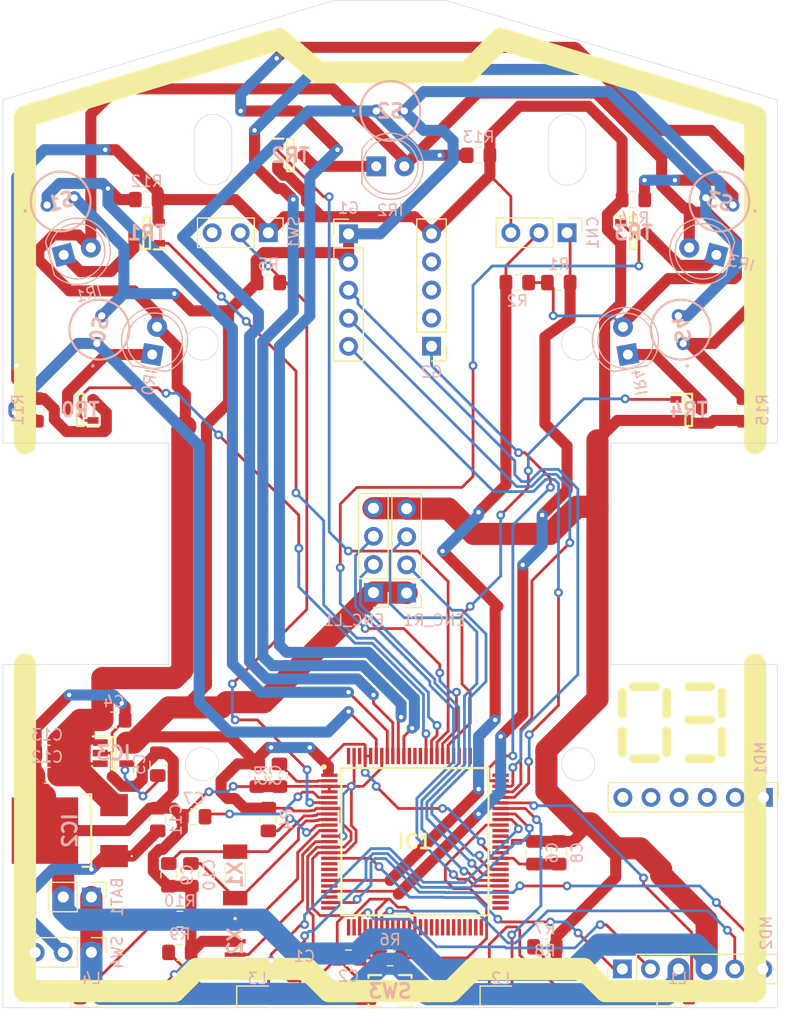
<source format=kicad_pcb>
(kicad_pcb (version 20171130) (host pcbnew "(5.1.6)-1")
  (layers (0 F.Cu signal) (31 B.Cu signal) (34 B.Paste user) (35 F.Paste user) (36 B.SilkS user) (37 F.SilkS user) (38 B.Mask user) (39 F.Mask user) (44 Edge.Cuts user))
  (net 0 "")
  (net 1 GND)
  (net 2 +3.3V)
  (net 3 "Net-(C7-Pad2)")
  (net 4 +5V)
  (net 5 XCIN)
  (net 6 XCOUT)
  (net 7 P34)
  (net 8 P24)
  (net 9 P20)
  (net 10 PE5)
  (net 11 PE4)
  (net 12 PD3)
  (net 13 PD2)
  (net 14 PD1)
  (net 15 PD0)
  (net 16 AN4)
  (net 17 AN3)
  (net 18 AN2)
  (net 19 AN1)
  (net 20 AN0)
  (net 21 RST)
  (net 22 EMLE)
  (net 23 PE6)
  (net 24 PE7)
  (net 25 PA0)
  (net 26 PA1)
  (net 27 PA2)
  (net 28 PA3)
  (net 29 PA4)
  (net 30 PB2)
  (net 31 PB3)
  (net 32 PB4)
  (net 33 PB5)
  (net 34 XTAL)
  (net 35 EXTAL)
  (net 36 TxD1)
  (net 37 RxD1)
  (net 38 P14)
  (net 39 MD1)
  (net 40 +BAT)
  (net 41 "Net-(C5-Pad1)")
  (net 42 "Net-(C11-Pad2)")
  (net 43 "Net-(IR1-Pad1)")
  (net 44 "Net-(IR2-Pad1)")
  (net 45 "Net-(IR3-Pad1)")
  (net 46 "Net-(IR4-Pad1)")
  (net 47 "Net-(L1-Pad1)")
  (net 48 "Net-(L2-Pad1)")
  (net 49 "Net-(L3-Pad1)")
  (net 50 "Net-(L4-Pad1)")
  (net 51 PWM_L2)
  (net 52 PWM_L1)
  (net 53 PWM_R1)
  (net 54 PWM_R2)
  (net 55 PD4)
  (net 56 "Net-(IR0-Pad1)")
  (module Connector_PinHeader_2.54mm:PinHeader_1x02_P2.54mm_Vertical (layer F.Cu) (at 179 148 270)
    (fp_text reference BAT1 (at 0 -2.33 90) (layer B.SilkS) (effects (justify mirror)))
    (fp_text value Conn_01x02)
    (pad 2 thru_hole oval (at 0 2.54 270) (size 1.7 1.7) (drill 1) (layers *.Cu *.Mask) (net 1 GND))
    (pad 1 thru_hole rect (at 0 0 270) (size 1.7 1.7) (drill 1) (layers *.Cu *.Mask) (net 40 +BAT))
  )
  (module Capacitor_SMD:C_0805_2012Metric_Pad1.15x1.40mm_HandSolder (layer F.Cu) (at 198.25 155)
    (fp_text reference C1 (at 0 -1.65) (layer B.SilkS) (effects (justify mirror)))
    (fp_text value 0.1u)
    (pad 2 smd roundrect (at 1.025 0) (size 1.15 1.4) (layers F.Cu F.Paste F.Mask) (roundrect_rratio 0.217391) (net 1 GND))
    (pad 1 smd roundrect (at -1.025 0) (size 1.15 1.4) (layers F.Cu F.Paste F.Mask) (roundrect_rratio 0.217391) (net 2 +3.3V))
  )
  (module Capacitor_SMD:C_0805_2012Metric_Pad1.15x1.40mm_HandSolder (layer F.Cu) (at 202.25 153.5 180)
    (fp_text reference C2 (at 0 -1.65) (layer B.SilkS) (effects (justify mirror)))
    (fp_text value 0.1u)
    (pad 2 smd roundrect (at 1.025 0 180) (size 1.15 1.4) (layers F.Cu F.Paste F.Mask) (roundrect_rratio 0.217391) (net 1 GND))
    (pad 1 smd roundrect (at -1.025 0 180) (size 1.15 1.4) (layers F.Cu F.Paste F.Mask) (roundrect_rratio 0.217391) (net 2 +3.3V))
  )
  (module Capacitor_SMD:C_0805_2012Metric_Pad1.15x1.40mm_HandSolder (layer F.Cu) (at 194 137 270)
    (fp_text reference C3 (at 0 -1.65 90) (layer B.SilkS) (effects (justify mirror)))
    (fp_text value 10u/6.3v)
    (pad 1 smd roundrect (at -1.025 0 270) (size 1.15 1.4) (layers F.Cu F.Paste F.Mask) (roundrect_rratio 0.217391) (net 2 +3.3V))
    (pad 2 smd roundrect (at 1.025 0 270) (size 1.15 1.4) (layers F.Cu F.Paste F.Mask) (roundrect_rratio 0.217391) (net 1 GND))
  )
  (module Capacitor_SMD:C_0805_2012Metric_Pad1.15x1.40mm_HandSolder (layer F.Cu) (at 181.025 132)
    (fp_text reference C4 (at 0 -1.65) (layer B.SilkS) (effects (justify mirror)))
    (fp_text value 0.1u)
    (pad 1 smd roundrect (at -1.025 0) (size 1.15 1.4) (layers F.Cu F.Paste F.Mask) (roundrect_rratio 0.217391) (net 4 +5V))
    (pad 2 smd roundrect (at 1.025 0) (size 1.15 1.4) (layers F.Cu F.Paste F.Mask) (roundrect_rratio 0.217391) (net 1 GND))
  )
  (module Capacitor_SMD:C_0805_2012Metric_Pad1.15x1.40mm_HandSolder (layer F.Cu) (at 185 136 90)
    (fp_text reference C5 (at 0 -1.65 90) (layer B.SilkS) (effects (justify mirror)))
    (fp_text value 0.1u)
    (pad 2 smd roundrect (at 1.025 0 90) (size 1.15 1.4) (layers F.Cu F.Paste F.Mask) (roundrect_rratio 0.217391) (net 1 GND))
    (pad 1 smd roundrect (at -1.025 0 90) (size 1.15 1.4) (layers F.Cu F.Paste F.Mask) (roundrect_rratio 0.217391) (net 41 "Net-(C5-Pad1)"))
  )
  (module Capacitor_SMD:C_0805_2012Metric_Pad1.15x1.40mm_HandSolder (layer F.Cu) (at 219 144 270)
    (fp_text reference C6 (at 0 -1.65 90) (layer B.SilkS) (effects (justify mirror)))
    (fp_text value 0.1u)
    (pad 1 smd roundrect (at -1.025 0 270) (size 1.15 1.4) (layers F.Cu F.Paste F.Mask) (roundrect_rratio 0.217391) (net 1 GND))
    (pad 2 smd roundrect (at 1.025 0 270) (size 1.15 1.4) (layers F.Cu F.Paste F.Mask) (roundrect_rratio 0.217391) (net 2 +3.3V))
  )
  (module Capacitor_SMD:C_0805_2012Metric_Pad1.15x1.40mm_HandSolder (layer F.Cu) (at 188.25 140.75)
    (fp_text reference C7 (at 0 -1.65) (layer B.SilkS) (effects (justify mirror)))
    (fp_text value 0.1u)
    (pad 1 smd roundrect (at -1.025 0) (size 1.15 1.4) (layers F.Cu F.Paste F.Mask) (roundrect_rratio 0.217391) (net 1 GND))
    (pad 2 smd roundrect (at 1.025 0) (size 1.15 1.4) (layers F.Cu F.Paste F.Mask) (roundrect_rratio 0.217391) (net 3 "Net-(C7-Pad2)"))
  )
  (module Capacitor_SMD:C_0805_2012Metric_Pad1.15x1.40mm_HandSolder (layer F.Cu) (at 221.25 144 270)
    (fp_text reference C8 (at 0 -1.65 90) (layer B.SilkS) (effects (justify mirror)))
    (fp_text value 0.1u)
    (pad 2 smd roundrect (at 1.025 0 270) (size 1.15 1.4) (layers F.Cu F.Paste F.Mask) (roundrect_rratio 0.217391) (net 2 +3.3V))
    (pad 1 smd roundrect (at -1.025 0 270) (size 1.15 1.4) (layers F.Cu F.Paste F.Mask) (roundrect_rratio 0.217391) (net 1 GND))
  )
  (module Capacitor_SMD:C_0805_2012Metric_Pad1.15x1.40mm_HandSolder (layer F.Cu) (at 186 146 270)
    (fp_text reference C9 (at 0 -1.65 90) (layer B.SilkS) (effects (justify mirror)))
    (fp_text value 0.1u)
    (pad 2 smd roundrect (at 1.025 0 270) (size 1.15 1.4) (layers F.Cu F.Paste F.Mask) (roundrect_rratio 0.217391) (net 1 GND))
    (pad 1 smd roundrect (at -1.025 0 270) (size 1.15 1.4) (layers F.Cu F.Paste F.Mask) (roundrect_rratio 0.217391) (net 5 XCIN))
  )
  (module Capacitor_SMD:C_0805_2012Metric_Pad1.15x1.40mm_HandSolder (layer F.Cu) (at 188 146 270)
    (fp_text reference C10 (at 0 -1.65 90) (layer B.SilkS) (effects (justify mirror)))
    (fp_text value 0.1u)
    (pad 1 smd roundrect (at -1.025 0 270) (size 1.15 1.4) (layers F.Cu F.Paste F.Mask) (roundrect_rratio 0.217391) (net 6 XCOUT))
    (pad 2 smd roundrect (at 1.025 0 270) (size 1.15 1.4) (layers F.Cu F.Paste F.Mask) (roundrect_rratio 0.217391) (net 1 GND))
  )
  (module Capacitor_SMD:C_0805_2012Metric_Pad1.15x1.40mm_HandSolder (layer F.Cu) (at 185 141 270)
    (fp_text reference C11 (at 0 -1.65 90) (layer B.SilkS) (effects (justify mirror)))
    (fp_text value 0.1u)
    (pad 1 smd roundrect (at -1.025 0 270) (size 1.15 1.4) (layers F.Cu F.Paste F.Mask) (roundrect_rratio 0.217391) (net 1 GND))
    (pad 2 smd roundrect (at 1.025 0 270) (size 1.15 1.4) (layers F.Cu F.Paste F.Mask) (roundrect_rratio 0.217391) (net 42 "Net-(C11-Pad2)"))
  )
  (module Capacitor_SMD:C_0805_2012Metric_Pad1.15x1.40mm_HandSolder (layer F.Cu) (at 175 137)
    (fp_text reference C12 (at 0 -1.65) (layer B.SilkS) (effects (justify mirror)))
    (fp_text value 0.1u)
    (pad 2 smd roundrect (at 1.025 0) (size 1.15 1.4) (layers F.Cu F.Paste F.Mask) (roundrect_rratio 0.217391) (net 4 +5V))
    (pad 1 smd roundrect (at -1.025 0) (size 1.15 1.4) (layers F.Cu F.Paste F.Mask) (roundrect_rratio 0.217391) (net 1 GND))
  )
  (module Capacitor_SMD:C_0805_2012Metric_Pad1.15x1.40mm_HandSolder (layer F.Cu) (at 175 135)
    (fp_text reference C13 (at 0 -1.65) (layer B.SilkS) (effects (justify mirror)))
    (fp_text value 10u/6.3v)
    (pad 1 smd roundrect (at -1.025 0) (size 1.15 1.4) (layers F.Cu F.Paste F.Mask) (roundrect_rratio 0.217391) (net 1 GND))
    (pad 2 smd roundrect (at 1.025 0) (size 1.15 1.4) (layers F.Cu F.Paste F.Mask) (roundrect_rratio 0.217391) (net 4 +5V))
  )
  (module Connector_PinHeader_2.54mm:PinHeader_1x03_P2.54mm_Vertical (layer F.Cu) (at 222 88 270)
    (fp_text reference CN1 (at 0 -2.33 90) (layer B.SilkS) (effects (justify mirror)))
    (fp_text value Conn_01x03)
    (pad 1 thru_hole rect (at 0 0 270) (size 1.7 1.7) (drill 1) (layers *.Cu *.Mask) (net 36 TxD1))
    (pad 2 thru_hole oval (at 0 2.54 270) (size 1.7 1.7) (drill 1) (layers *.Cu *.Mask) (net 37 RxD1))
    (pad 3 thru_hole oval (at 0 5.08 270) (size 1.7 1.7) (drill 1) (layers *.Cu *.Mask) (net 1 GND))
  )
  (module Connector_PinHeader_2.54mm:PinHeader_1x04_P2.54mm_Vertical (layer F.Cu) (at 204.5 120.5 180)
    (fp_text reference ENC_L1 (at 1.75 -2.5) (layer B.SilkS) (effects (justify mirror)))
    (fp_text value Conn_01x04)
    (pad 4 thru_hole oval (at 0 7.62 180) (size 1.7 1.7) (drill 1) (layers *.Cu *.Mask) (net 1 GND))
    (pad 3 thru_hole oval (at 0 5.08 180) (size 1.7 1.7) (drill 1) (layers *.Cu *.Mask) (net 33 PB5))
    (pad 2 thru_hole oval (at 0 2.54 180) (size 1.7 1.7) (drill 1) (layers *.Cu *.Mask) (net 32 PB4))
    (pad 1 thru_hole rect (at 0 0 180) (size 1.7 1.7) (drill 1) (layers *.Cu *.Mask) (net 2 +3.3V))
  )
  (module Connector_PinHeader_2.54mm:PinHeader_1x04_P2.54mm_Vertical (layer F.Cu) (at 207.5 120.54 180)
    (fp_text reference ENC_R1 (at -2.5 -2.46) (layer B.SilkS) (effects (justify mirror)))
    (fp_text value Conn_01x04)
    (pad 1 thru_hole rect (at 0 0 180) (size 1.7 1.7) (drill 1) (layers *.Cu *.Mask) (net 2 +3.3V))
    (pad 2 thru_hole oval (at 0 2.54 180) (size 1.7 1.7) (drill 1) (layers *.Cu *.Mask) (net 30 PB2))
    (pad 3 thru_hole oval (at 0 5.08 180) (size 1.7 1.7) (drill 1) (layers *.Cu *.Mask) (net 31 PB3))
    (pad 4 thru_hole oval (at 0 7.62 180) (size 1.7 1.7) (drill 1) (layers *.Cu *.Mask) (net 1 GND))
  )
  (module Connector_PinHeader_2.54mm:PinHeader_1x05_P2.54mm_Vertical (layer F.Cu) (at 202.25 88.1)
    (fp_text reference G1 (at 0 -2.33) (layer B.SilkS) (effects (justify mirror)))
    (fp_text value Gyro1)
    (pad 5 thru_hole oval (at 0 10.16) (size 1.7 1.7) (drill 1) (layers *.Cu *.Mask) (net 24 PE7))
    (pad 4 thru_hole oval (at 0 7.62) (size 1.7 1.7) (drill 1) (layers *.Cu *.Mask) (net 23 PE6))
    (pad 3 thru_hole oval (at 0 5.08) (size 1.7 1.7) (drill 1) (layers *.Cu *.Mask) (net 10 PE5))
    (pad 2 thru_hole oval (at 0 2.54) (size 1.7 1.7) (drill 1) (layers *.Cu *.Mask) (net 2 +3.3V))
    (pad 1 thru_hole rect (at 0 0) (size 1.7 1.7) (drill 1) (layers *.Cu *.Mask) (net 2 +3.3V))
  )
  (module Connector_PinHeader_2.54mm:PinHeader_1x05_P2.54mm_Vertical (layer F.Cu) (at 209.75 98.25 180)
    (fp_text reference G2 (at 0 -2.33) (layer B.SilkS) (effects (justify mirror)))
    (fp_text value Gyro2)
    (pad 1 thru_hole rect (at 0 0 180) (size 1.7 1.7) (drill 1) (layers *.Cu *.Mask) (net 11 PE4))
    (pad 2 thru_hole oval (at 0 2.54 180) (size 1.7 1.7) (drill 1) (layers *.Cu *.Mask))
    (pad 3 thru_hole oval (at 0 5.08 180) (size 1.7 1.7) (drill 1) (layers *.Cu *.Mask))
    (pad 4 thru_hole oval (at 0 7.62 180) (size 1.7 1.7) (drill 1) (layers *.Cu *.Mask))
    (pad 5 thru_hole oval (at 0 10.16 180) (size 1.7 1.7) (drill 1) (layers *.Cu *.Mask) (net 1 GND))
  )
  (module SamacSys_Parts:QFP50P1600X1600X170-100N (layer F.Cu) (at 208.25 143)
    (fp_text reference IC1 (at 0 0) (layer F.SilkS) (effects (font (size 1.27 1.27) (thickness 0.254))))
    (fp_text value R5F56218BDFP#V0 hide)
    (pad 1 smd rect (at -7.738 -6 90) (size 0.3 1.475) (layers F.Cu F.Paste F.Mask) (net 2 +3.3V))
    (pad 2 smd rect (at -7.738 -5.5 90) (size 0.3 1.475) (layers F.Cu F.Paste F.Mask) (net 22 EMLE))
    (pad 3 smd rect (at -7.738 -5 90) (size 0.3 1.475) (layers F.Cu F.Paste F.Mask) (net 1 GND))
    (pad 4 smd rect (at -7.738 -4.5 90) (size 0.3 1.475) (layers F.Cu F.Paste F.Mask) (net 1 GND))
    (pad 5 smd rect (at -7.738 -4 90) (size 0.3 1.475) (layers F.Cu F.Paste F.Mask) (net 3 "Net-(C7-Pad2)"))
    (pad 6 smd rect (at -7.738 -3.5 90) (size 0.3 1.475) (layers F.Cu F.Paste F.Mask) (net 39 MD1))
    (pad 7 smd rect (at -7.738 -3 90) (size 0.3 1.475) (layers F.Cu F.Paste F.Mask) (net 2 +3.3V))
    (pad 8 smd rect (at -7.738 -2.5 90) (size 0.3 1.475) (layers F.Cu F.Paste F.Mask) (net 5 XCIN))
    (pad 9 smd rect (at -7.738 -2 90) (size 0.3 1.475) (layers F.Cu F.Paste F.Mask) (net 6 XCOUT))
    (pad 10 smd rect (at -7.738 -1.5 90) (size 0.3 1.475) (layers F.Cu F.Paste F.Mask) (net 21 RST))
    (pad 11 smd rect (at -7.738 -1 90) (size 0.3 1.475) (layers F.Cu F.Paste F.Mask) (net 34 XTAL))
    (pad 12 smd rect (at -7.738 -0.5 90) (size 0.3 1.475) (layers F.Cu F.Paste F.Mask) (net 1 GND))
    (pad 13 smd rect (at -7.738 0 90) (size 0.3 1.475) (layers F.Cu F.Paste F.Mask) (net 35 EXTAL))
    (pad 14 smd rect (at -7.738 0.5 90) (size 0.3 1.475) (layers F.Cu F.Paste F.Mask) (net 2 +3.3V))
    (pad 15 smd rect (at -7.738 1 90) (size 0.3 1.475) (layers F.Cu F.Paste F.Mask) (net 1 GND))
    (pad 16 smd rect (at -7.738 1.5 90) (size 0.3 1.475) (layers F.Cu F.Paste F.Mask) (net 7 P34))
    (pad 17 smd rect (at -7.738 2 90) (size 0.3 1.475) (layers F.Cu F.Paste F.Mask))
    (pad 18 smd rect (at -7.738 2.5 90) (size 0.3 1.475) (layers F.Cu F.Paste F.Mask))
    (pad 19 smd rect (at -7.738 3 90) (size 0.3 1.475) (layers F.Cu F.Paste F.Mask))
    (pad 20 smd rect (at -7.738 3.5 90) (size 0.3 1.475) (layers F.Cu F.Paste F.Mask) (net 37 RxD1))
    (pad 21 smd rect (at -7.738 4 90) (size 0.3 1.475) (layers F.Cu F.Paste F.Mask))
    (pad 22 smd rect (at -7.738 4.5 90) (size 0.3 1.475) (layers F.Cu F.Paste F.Mask) (net 36 TxD1))
    (pad 23 smd rect (at -7.738 5 90) (size 0.3 1.475) (layers F.Cu F.Paste F.Mask))
    (pad 24 smd rect (at -7.738 5.5 90) (size 0.3 1.475) (layers F.Cu F.Paste F.Mask) (net 8 P24))
    (pad 25 smd rect (at -7.738 6 90) (size 0.3 1.475) (layers F.Cu F.Paste F.Mask))
    (pad 26 smd rect (at -6 7.738) (size 0.3 1.475) (layers F.Cu F.Paste F.Mask))
    (pad 27 smd rect (at -5.5 7.738) (size 0.3 1.475) (layers F.Cu F.Paste F.Mask))
    (pad 28 smd rect (at -5 7.738) (size 0.3 1.475) (layers F.Cu F.Paste F.Mask) (net 9 P20))
    (pad 29 smd rect (at -4.5 7.738) (size 0.3 1.475) (layers F.Cu F.Paste F.Mask) (net 2 +3.3V))
    (pad 30 smd rect (at -4 7.738) (size 0.3 1.475) (layers F.Cu F.Paste F.Mask))
    (pad 31 smd rect (at -3.5 7.738) (size 0.3 1.475) (layers F.Cu F.Paste F.Mask) (net 1 GND))
    (pad 32 smd rect (at -3 7.738) (size 0.3 1.475) (layers F.Cu F.Paste F.Mask) (net 38 P14))
    (pad 33 smd rect (at -2.5 7.738) (size 0.3 1.475) (layers F.Cu F.Paste F.Mask))
    (pad 34 smd rect (at -2 7.738) (size 0.3 1.475) (layers F.Cu F.Paste F.Mask))
    (pad 35 smd rect (at -1.5 7.738) (size 0.3 1.475) (layers F.Cu F.Paste F.Mask) (net 2 +3.3V))
    (pad 36 smd rect (at -1 7.738) (size 0.3 1.475) (layers F.Cu F.Paste F.Mask))
    (pad 37 smd rect (at -0.5 7.738) (size 0.3 1.475) (layers F.Cu F.Paste F.Mask))
    (pad 38 smd rect (at 0 7.738) (size 0.3 1.475) (layers F.Cu F.Paste F.Mask) (net 1 GND))
    (pad 39 smd rect (at 0.5 7.738) (size 0.3 1.475) (layers F.Cu F.Paste F.Mask))
    (pad 40 smd rect (at 1 7.738) (size 0.3 1.475) (layers F.Cu F.Paste F.Mask))
    (pad 41 smd rect (at 1.5 7.738) (size 0.3 1.475) (layers F.Cu F.Paste F.Mask))
    (pad 42 smd rect (at 2 7.738) (size 0.3 1.475) (layers F.Cu F.Paste F.Mask))
    (pad 43 smd rect (at 2.5 7.738) (size 0.3 1.475) (layers F.Cu F.Paste F.Mask))
    (pad 44 smd rect (at 3 7.738) (size 0.3 1.475) (layers F.Cu F.Paste F.Mask))
    (pad 45 smd rect (at 3.5 7.738) (size 0.3 1.475) (layers F.Cu F.Paste F.Mask))
    (pad 46 smd rect (at 4 7.738) (size 0.3 1.475) (layers F.Cu F.Paste F.Mask))
    (pad 47 smd rect (at 4.5 7.738) (size 0.3 1.475) (layers F.Cu F.Paste F.Mask))
    (pad 48 smd rect (at 5 7.738) (size 0.3 1.475) (layers F.Cu F.Paste F.Mask))
    (pad 49 smd rect (at 5.5 7.738) (size 0.3 1.475) (layers F.Cu F.Paste F.Mask))
    (pad 50 smd rect (at 6 7.738) (size 0.3 1.475) (layers F.Cu F.Paste F.Mask))
    (pad 51 smd rect (at 7.738 6 90) (size 0.3 1.475) (layers F.Cu F.Paste F.Mask))
    (pad 52 smd rect (at 7.738 5.5 90) (size 0.3 1.475) (layers F.Cu F.Paste F.Mask))
    (pad 53 smd rect (at 7.738 5 90) (size 0.3 1.475) (layers F.Cu F.Paste F.Mask))
    (pad 54 smd rect (at 7.738 4.5 90) (size 0.3 1.475) (layers F.Cu F.Paste F.Mask))
    (pad 55 smd rect (at 7.738 4 90) (size 0.3 1.475) (layers F.Cu F.Paste F.Mask) (net 33 PB5))
    (pad 56 smd rect (at 7.738 3.5 90) (size 0.3 1.475) (layers F.Cu F.Paste F.Mask) (net 32 PB4))
    (pad 57 smd rect (at 7.738 3 90) (size 0.3 1.475) (layers F.Cu F.Paste F.Mask) (net 31 PB3))
    (pad 58 smd rect (at 7.738 2.5 90) (size 0.3 1.475) (layers F.Cu F.Paste F.Mask) (net 30 PB2))
    (pad 59 smd rect (at 7.738 2 90) (size 0.3 1.475) (layers F.Cu F.Paste F.Mask))
    (pad 60 smd rect (at 7.738 1.5 90) (size 0.3 1.475) (layers F.Cu F.Paste F.Mask) (net 2 +3.3V))
    (pad 61 smd rect (at 7.738 1 90) (size 0.3 1.475) (layers F.Cu F.Paste F.Mask))
    (pad 62 smd rect (at 7.738 0.5 90) (size 0.3 1.475) (layers F.Cu F.Paste F.Mask) (net 1 GND))
    (pad 63 smd rect (at 7.738 0 90) (size 0.3 1.475) (layers F.Cu F.Paste F.Mask))
    (pad 64 smd rect (at 7.738 -0.5 90) (size 0.3 1.475) (layers F.Cu F.Paste F.Mask))
    (pad 65 smd rect (at 7.738 -1 90) (size 0.3 1.475) (layers F.Cu F.Paste F.Mask))
    (pad 66 smd rect (at 7.738 -1.5 90) (size 0.3 1.475) (layers F.Cu F.Paste F.Mask) (net 29 PA4))
    (pad 67 smd rect (at 7.738 -2 90) (size 0.3 1.475) (layers F.Cu F.Paste F.Mask) (net 28 PA3))
    (pad 68 smd rect (at 7.738 -2.5 90) (size 0.3 1.475) (layers F.Cu F.Paste F.Mask) (net 27 PA2))
    (pad 69 smd rect (at 7.738 -3 90) (size 0.3 1.475) (layers F.Cu F.Paste F.Mask) (net 26 PA1))
    (pad 70 smd rect (at 7.738 -3.5 90) (size 0.3 1.475) (layers F.Cu F.Paste F.Mask) (net 25 PA0))
    (pad 71 smd rect (at 7.738 -4 90) (size 0.3 1.475) (layers F.Cu F.Paste F.Mask) (net 24 PE7))
    (pad 72 smd rect (at 7.738 -4.5 90) (size 0.3 1.475) (layers F.Cu F.Paste F.Mask) (net 23 PE6))
    (pad 73 smd rect (at 7.738 -5 90) (size 0.3 1.475) (layers F.Cu F.Paste F.Mask) (net 10 PE5))
    (pad 74 smd rect (at 7.738 -5.5 90) (size 0.3 1.475) (layers F.Cu F.Paste F.Mask) (net 11 PE4))
    (pad 75 smd rect (at 7.738 -6 90) (size 0.3 1.475) (layers F.Cu F.Paste F.Mask))
    (pad 76 smd rect (at 6 -7.738) (size 0.3 1.475) (layers F.Cu F.Paste F.Mask))
    (pad 77 smd rect (at 5.5 -7.738) (size 0.3 1.475) (layers F.Cu F.Paste F.Mask))
    (pad 78 smd rect (at 5 -7.738) (size 0.3 1.475) (layers F.Cu F.Paste F.Mask))
    (pad 79 smd rect (at 4.5 -7.738) (size 0.3 1.475) (layers F.Cu F.Paste F.Mask))
    (pad 80 smd rect (at 4 -7.738) (size 0.3 1.475) (layers F.Cu F.Paste F.Mask))
    (pad 81 smd rect (at 3.5 -7.738) (size 0.3 1.475) (layers F.Cu F.Paste F.Mask))
    (pad 82 smd rect (at 3 -7.738) (size 0.3 1.475) (layers F.Cu F.Paste F.Mask) (net 55 PD4))
    (pad 83 smd rect (at 2.5 -7.738) (size 0.3 1.475) (layers F.Cu F.Paste F.Mask) (net 12 PD3))
    (pad 84 smd rect (at 2 -7.738) (size 0.3 1.475) (layers F.Cu F.Paste F.Mask) (net 13 PD2))
    (pad 85 smd rect (at 1.5 -7.738) (size 0.3 1.475) (layers F.Cu F.Paste F.Mask) (net 14 PD1))
    (pad 86 smd rect (at 1 -7.738) (size 0.3 1.475) (layers F.Cu F.Paste F.Mask) (net 15 PD0))
    (pad 87 smd rect (at 0.5 -7.738) (size 0.3 1.475) (layers F.Cu F.Paste F.Mask))
    (pad 88 smd rect (at 0 -7.738) (size 0.3 1.475) (layers F.Cu F.Paste F.Mask))
    (pad 89 smd rect (at -0.5 -7.738) (size 0.3 1.475) (layers F.Cu F.Paste F.Mask))
    (pad 90 smd rect (at -1 -7.738) (size 0.3 1.475) (layers F.Cu F.Paste F.Mask) (net 16 AN4))
    (pad 91 smd rect (at -1.5 -7.738) (size 0.3 1.475) (layers F.Cu F.Paste F.Mask) (net 17 AN3))
    (pad 92 smd rect (at -2 -7.738) (size 0.3 1.475) (layers F.Cu F.Paste F.Mask) (net 18 AN2))
    (pad 93 smd rect (at -2.5 -7.738) (size 0.3 1.475) (layers F.Cu F.Paste F.Mask) (net 19 AN1))
    (pad 94 smd rect (at -3 -7.738) (size 0.3 1.475) (layers F.Cu F.Paste F.Mask) (net 1 GND))
    (pad 95 smd rect (at -3.5 -7.738) (size 0.3 1.475) (layers F.Cu F.Paste F.Mask) (net 20 AN0))
    (pad 96 smd rect (at -4 -7.738) (size 0.3 1.475) (layers F.Cu F.Paste F.Mask) (net 2 +3.3V))
    (pad 97 smd rect (at -4.5 -7.738) (size 0.3 1.475) (layers F.Cu F.Paste F.Mask) (net 2 +3.3V))
    (pad 98 smd rect (at -5 -7.738) (size 0.3 1.475) (layers F.Cu F.Paste F.Mask))
    (pad 99 smd rect (at -5.5 -7.738) (size 0.3 1.475) (layers F.Cu F.Paste F.Mask) (net 1 GND))
    (pad 100 smd rect (at -6 -7.738) (size 0.3 1.475) (layers F.Cu F.Paste F.Mask))
  )
  (module SamacSys_Parts:NJM7805SDL1TE1 (layer F.Cu) (at 177 142 90)
    (fp_text reference IC2 (at 0 0.055 90) (layer B.SilkS) (effects (font (size 1.27 1.27) (thickness 0.254)) (justify mirror)))
    (fp_text value NJM7805SDL1-TE1 hide)
    (pad 1 smd rect (at -2.3 4.055 90) (size 2 2.5) (layers F.Cu F.Paste F.Mask) (net 42 "Net-(C11-Pad2)"))
    (pad 2 smd rect (at 0 -2.195 180) (size 6 6) (layers F.Cu F.Paste F.Mask) (net 1 GND))
    (pad 3 smd rect (at 2.3 4.055 90) (size 2 2.5) (layers F.Cu F.Paste F.Mask) (net 4 +5V))
  )
  (module SamacSys_Parts:SOT95P275X140-5N (layer F.Cu) (at 181 135)
    (fp_text reference IC3 (at 0 0) (layer B.SilkS) (effects (font (size 1.27 1.27) (thickness 0.254)) (justify mirror)))
    (fp_text value TAR5SB33_TE85L,F_ hide)
    (pad 1 smd rect (at -1.2 -0.95 90) (size 0.6 1.35) (layers F.Cu F.Paste F.Mask) (net 4 +5V))
    (pad 2 smd rect (at -1.2 0 90) (size 0.6 1.35) (layers F.Cu F.Paste F.Mask) (net 1 GND))
    (pad 3 smd rect (at -1.2 0.95 90) (size 0.6 1.35) (layers F.Cu F.Paste F.Mask) (net 4 +5V))
    (pad 4 smd rect (at 1.2 0.95 90) (size 0.6 1.35) (layers F.Cu F.Paste F.Mask) (net 41 "Net-(C5-Pad1)"))
    (pad 5 smd rect (at 1.2 -0.95 90) (size 0.6 1.35) (layers F.Cu F.Paste F.Mask) (net 2 +3.3V))
  )
  (module LED_THT:LED_D5.0mm (layer B.Cu) (at 184.5 99 80)
    (fp_text reference IR0 (at -2.505431 0.187919 80) (layer B.SilkS) (effects (justify mirror)))
    (fp_text value LED)
    (pad 1 thru_hole rect (at 0 0 80) (size 1.8 1.8) (drill 0.9) (layers *.Cu *.Mask) (net 56 "Net-(IR0-Pad1)"))
    (pad 2 thru_hole circle (at 2.54 0 80) (size 1.8 1.8) (drill 0.9) (layers *.Cu *.Mask) (net 4 +5V))
  )
  (module LED_THT:LED_D5.0mm (layer B.Cu) (at 176.5 90 15)
    (fp_text reference IR1 (at 1.27 3.96 15) (layer B.SilkS) (effects (justify mirror)))
    (fp_text value LED)
    (pad 1 thru_hole rect (at 0 0 15) (size 1.8 1.8) (drill 0.9) (layers *.Cu *.Mask) (net 43 "Net-(IR1-Pad1)"))
    (pad 2 thru_hole circle (at 2.54 0 15) (size 1.8 1.8) (drill 0.9) (layers *.Cu *.Mask) (net 4 +5V))
  )
  (module LED_THT:LED_D5.0mm (layer B.Cu) (at 204.75 82)
    (fp_text reference IR2 (at 1.27 3.96) (layer B.SilkS) (effects (justify mirror)))
    (fp_text value LED)
    (pad 2 thru_hole circle (at 2.54 0) (size 1.8 1.8) (drill 0.9) (layers *.Cu *.Mask) (net 4 +5V))
    (pad 1 thru_hole rect (at 0 0) (size 1.8 1.8) (drill 0.9) (layers *.Cu *.Mask) (net 44 "Net-(IR2-Pad1)"))
  )
  (module LED_THT:LED_D5.0mm (layer B.Cu) (at 235.5 90 165)
    (fp_text reference IR3 (at -2.367447 -0.142102 165) (layer B.SilkS) (effects (justify mirror)))
    (fp_text value LED)
    (pad 1 thru_hole rect (at 0 0 165) (size 1.8 1.8) (drill 0.9) (layers *.Cu *.Mask) (net 45 "Net-(IR3-Pad1)"))
    (pad 2 thru_hole circle (at 2.54 0 165) (size 1.8 1.8) (drill 0.9) (layers *.Cu *.Mask) (net 4 +5V))
  )
  (module LED_THT:LED_D5.0mm (layer B.Cu) (at 227.5 99 100)
    (fp_text reference IR4 (at -2.635668 0.550687 100) (layer B.SilkS) (effects (justify mirror)))
    (fp_text value LED)
    (pad 2 thru_hole circle (at 2.54 0 100) (size 1.8 1.8) (drill 0.9) (layers *.Cu *.Mask) (net 4 +5V))
    (pad 1 thru_hole rect (at 0 0 100) (size 1.8 1.8) (drill 0.9) (layers *.Cu *.Mask) (net 46 "Net-(IR4-Pad1)"))
  )
  (module LED_SMD:LED_0805_2012Metric_Pad1.15x1.40mm_HandSolder (layer F.Cu) (at 232 157)
    (fp_text reference L1 (at 0 -1.65) (layer B.SilkS) (effects (justify mirror)))
    (fp_text value LED)
    (pad 1 smd roundrect (at -1.025 0) (size 1.15 1.4) (layers F.Cu F.Paste F.Mask) (roundrect_rratio 0.217391) (net 47 "Net-(L1-Pad1)"))
    (pad 2 smd roundrect (at 1.025 0) (size 1.15 1.4) (layers F.Cu F.Paste F.Mask) (roundrect_rratio 0.217391) (net 25 PA0))
  )
  (module LED_SMD:LED_0805_2012Metric_Pad1.15x1.40mm_HandSolder (layer F.Cu) (at 216 157)
    (fp_text reference L2 (at 0 -1.65) (layer B.SilkS) (effects (justify mirror)))
    (fp_text value LED)
    (pad 2 smd roundrect (at 1.025 0) (size 1.15 1.4) (layers F.Cu F.Paste F.Mask) (roundrect_rratio 0.217391) (net 26 PA1))
    (pad 1 smd roundrect (at -1.025 0) (size 1.15 1.4) (layers F.Cu F.Paste F.Mask) (roundrect_rratio 0.217391) (net 48 "Net-(L2-Pad1)"))
  )
  (module LED_SMD:LED_0805_2012Metric_Pad1.15x1.40mm_HandSolder (layer F.Cu) (at 194 157)
    (fp_text reference L3 (at 0 -1.65) (layer B.SilkS) (effects (justify mirror)))
    (fp_text value LED)
    (pad 1 smd roundrect (at -1.025 0) (size 1.15 1.4) (layers F.Cu F.Paste F.Mask) (roundrect_rratio 0.217391) (net 49 "Net-(L3-Pad1)"))
    (pad 2 smd roundrect (at 1.025 0) (size 1.15 1.4) (layers F.Cu F.Paste F.Mask) (roundrect_rratio 0.217391) (net 27 PA2))
  )
  (module LED_SMD:LED_0805_2012Metric_Pad1.15x1.40mm_HandSolder (layer F.Cu) (at 179 157)
    (fp_text reference L4 (at 0 -1.65) (layer B.SilkS) (effects (justify mirror)))
    (fp_text value LED)
    (pad 2 smd roundrect (at 1.025 0) (size 1.15 1.4) (layers F.Cu F.Paste F.Mask) (roundrect_rratio 0.217391) (net 28 PA3))
    (pad 1 smd roundrect (at -1.025 0) (size 1.15 1.4) (layers F.Cu F.Paste F.Mask) (roundrect_rratio 0.217391) (net 50 "Net-(L4-Pad1)"))
  )
  (module Connector_PinHeader_2.54mm:PinHeader_1x06_P2.54mm_Vertical (layer F.Cu) (at 239.75 139 270)
    (fp_text reference MD1 (at -3.5 0.25 90) (layer B.SilkS) (effects (justify mirror)))
    (fp_text value MotorD1)
    (pad 6 thru_hole oval (at 0 12.7 270) (size 1.7 1.7) (drill 1) (layers *.Cu *.Mask))
    (pad 5 thru_hole oval (at 0 10.16 270) (size 1.7 1.7) (drill 1) (layers *.Cu *.Mask) (net 54 PWM_R2))
    (pad 4 thru_hole oval (at 0 7.62 270) (size 1.7 1.7) (drill 1) (layers *.Cu *.Mask) (net 53 PWM_R1))
    (pad 3 thru_hole oval (at 0 5.08 270) (size 1.7 1.7) (drill 1) (layers *.Cu *.Mask) (net 51 PWM_L2))
    (pad 2 thru_hole oval (at 0 2.54 270) (size 1.7 1.7) (drill 1) (layers *.Cu *.Mask) (net 52 PWM_L1))
    (pad 1 thru_hole rect (at 0 0 270) (size 1.7 1.7) (drill 1) (layers *.Cu *.Mask))
  )
  (module Connector_PinHeader_2.54mm:PinHeader_1x06_P2.54mm_Vertical (layer F.Cu) (at 227 154.5 90)
    (fp_text reference MD2 (at 3.25 13 90) (layer B.SilkS) (effects (justify mirror)))
    (fp_text value MotorD2)
    (pad 1 thru_hole rect (at 0 0 90) (size 1.7 1.7) (drill 1) (layers *.Cu *.Mask) (net 7 P34))
    (pad 2 thru_hole oval (at 0 2.54 90) (size 1.7 1.7) (drill 1) (layers *.Cu *.Mask) (net 9 P20))
    (pad 3 thru_hole oval (at 0 5.08 90) (size 1.7 1.7) (drill 1) (layers *.Cu *.Mask) (net 40 +BAT))
    (pad 4 thru_hole oval (at 0 7.62 90) (size 1.7 1.7) (drill 1) (layers *.Cu *.Mask) (net 1 GND))
    (pad 5 thru_hole oval (at 0 10.16 90) (size 1.7 1.7) (drill 1) (layers *.Cu *.Mask) (net 38 P14))
    (pad 6 thru_hole oval (at 0 12.7 90) (size 1.7 1.7) (drill 1) (layers *.Cu *.Mask) (net 8 P24))
  )
  (module Resistor_SMD:R_0805_2012Metric_Pad1.15x1.40mm_HandSolder (layer F.Cu) (at 221.25 92.5)
    (fp_text reference R1 (at 0 -1.65) (layer B.SilkS) (effects (justify mirror)))
    (fp_text value 4.7k)
    (pad 2 smd roundrect (at 1.025 0) (size 1.15 1.4) (layers F.Cu F.Paste F.Mask) (roundrect_rratio 0.217391) (net 36 TxD1))
    (pad 1 smd roundrect (at -1.025 0) (size 1.15 1.4) (layers F.Cu F.Paste F.Mask) (roundrect_rratio 0.217391) (net 4 +5V))
  )
  (module Resistor_SMD:R_0805_2012Metric_Pad1.15x1.40mm_HandSolder (layer F.Cu) (at 217.5 92.5 180)
    (fp_text reference R2 (at 0 -1.65) (layer B.SilkS) (effects (justify mirror)))
    (fp_text value 4.7k)
    (pad 2 smd roundrect (at 1.025 0 180) (size 1.15 1.4) (layers F.Cu F.Paste F.Mask) (roundrect_rratio 0.217391) (net 37 RxD1))
    (pad 1 smd roundrect (at -1.025 0 180) (size 1.15 1.4) (layers F.Cu F.Paste F.Mask) (roundrect_rratio 0.217391) (net 4 +5V))
  )
  (module Resistor_SMD:R_0805_2012Metric_Pad1.15x1.40mm_HandSolder (layer F.Cu) (at 196 137 90)
    (fp_text reference R3 (at 0 -1.65 90) (layer B.SilkS) (effects (justify mirror)))
    (fp_text value 10k)
    (pad 1 smd roundrect (at -1.025 0 90) (size 1.15 1.4) (layers F.Cu F.Paste F.Mask) (roundrect_rratio 0.217391) (net 1 GND))
    (pad 2 smd roundrect (at 1.025 0 90) (size 1.15 1.4) (layers F.Cu F.Paste F.Mask) (roundrect_rratio 0.217391) (net 22 EMLE))
  )
  (module Resistor_SMD:R_0805_2012Metric_Pad1.15x1.40mm_HandSolder (layer F.Cu) (at 195 141 270)
    (fp_text reference R4 (at 0 -1.65 90) (layer B.SilkS) (effects (justify mirror)))
    (fp_text value 10k)
    (pad 1 smd roundrect (at -1.025 0 270) (size 1.15 1.4) (layers F.Cu F.Paste F.Mask) (roundrect_rratio 0.217391) (net 2 +3.3V))
    (pad 2 smd roundrect (at 1.025 0 270) (size 1.15 1.4) (layers F.Cu F.Paste F.Mask) (roundrect_rratio 0.217391) (net 21 RST))
  )
  (module Resistor_SMD:R_0805_2012Metric_Pad1.15x1.40mm_HandSolder (layer F.Cu) (at 195 92.5)
    (fp_text reference R5 (at 0 -1.65) (layer B.SilkS) (effects (justify mirror)))
    (fp_text value 10k)
    (pad 2 smd roundrect (at 1.025 0) (size 1.15 1.4) (layers F.Cu F.Paste F.Mask) (roundrect_rratio 0.217391) (net 39 MD1))
    (pad 1 smd roundrect (at -1.025 0) (size 1.15 1.4) (layers F.Cu F.Paste F.Mask) (roundrect_rratio 0.217391) (net 2 +3.3V))
  )
  (module Resistor_SMD:R_0805_2012Metric_Pad1.15x1.40mm_HandSolder (layer F.Cu) (at 206 153.5)
    (fp_text reference R6 (at 0 -1.65) (layer B.SilkS) (effects (justify mirror)))
    (fp_text value 10k)
    (pad 1 smd roundrect (at -1.025 0) (size 1.15 1.4) (layers F.Cu F.Paste F.Mask) (roundrect_rratio 0.217391) (net 2 +3.3V))
    (pad 2 smd roundrect (at 1.025 0) (size 1.15 1.4) (layers F.Cu F.Paste F.Mask) (roundrect_rratio 0.217391) (net 29 PA4))
  )
  (module Resistor_SMD:R_0805_2012Metric_Pad1.15x1.40mm_HandSolder (layer F.Cu) (at 220 152.5)
    (fp_text reference R7 (at 0 -1.65) (layer B.SilkS) (effects (justify mirror)))
    (fp_text value 1k)
    (pad 1 smd roundrect (at -1.025 0) (size 1.15 1.4) (layers F.Cu F.Paste F.Mask) (roundrect_rratio 0.217391) (net 47 "Net-(L1-Pad1)"))
    (pad 2 smd roundrect (at 1.025 0) (size 1.15 1.4) (layers F.Cu F.Paste F.Mask) (roundrect_rratio 0.217391) (net 1 GND))
  )
  (module Resistor_SMD:R_0805_2012Metric_Pad1.15x1.40mm_HandSolder (layer F.Cu) (at 220 154.5)
    (fp_text reference R8 (at 0 -1.65) (layer B.SilkS) (effects (justify mirror)))
    (fp_text value 1k)
    (pad 2 smd roundrect (at 1.025 0) (size 1.15 1.4) (layers F.Cu F.Paste F.Mask) (roundrect_rratio 0.217391) (net 1 GND))
    (pad 1 smd roundrect (at -1.025 0) (size 1.15 1.4) (layers F.Cu F.Paste F.Mask) (roundrect_rratio 0.217391) (net 48 "Net-(L2-Pad1)"))
  )
  (module Resistor_SMD:R_0805_2012Metric_Pad1.15x1.40mm_HandSolder (layer F.Cu) (at 187 153)
    (fp_text reference R9 (at 0 -1.65) (layer B.SilkS) (effects (justify mirror)))
    (fp_text value 1k)
    (pad 1 smd roundrect (at -1.025 0) (size 1.15 1.4) (layers F.Cu F.Paste F.Mask) (roundrect_rratio 0.217391) (net 49 "Net-(L3-Pad1)"))
    (pad 2 smd roundrect (at 1.025 0) (size 1.15 1.4) (layers F.Cu F.Paste F.Mask) (roundrect_rratio 0.217391) (net 1 GND))
  )
  (module Resistor_SMD:R_0805_2012Metric_Pad1.15x1.40mm_HandSolder (layer F.Cu) (at 187 150)
    (fp_text reference R10 (at 0 -1.65) (layer B.SilkS) (effects (justify mirror)))
    (fp_text value 1k)
    (pad 2 smd roundrect (at 1.025 0) (size 1.15 1.4) (layers F.Cu F.Paste F.Mask) (roundrect_rratio 0.217391) (net 1 GND))
    (pad 1 smd roundrect (at -1.025 0) (size 1.15 1.4) (layers F.Cu F.Paste F.Mask) (roundrect_rratio 0.217391) (net 50 "Net-(L4-Pad1)"))
  )
  (module Resistor_SMD:R_0805_2012Metric_Pad1.15x1.40mm_HandSolder (layer F.Cu) (at 174 104 90)
    (fp_text reference R11 (at 0 -1.65 90) (layer B.SilkS) (effects (justify mirror)))
    (fp_text value 20k)
    (pad 1 smd roundrect (at -1.025 0 90) (size 1.15 1.4) (layers F.Cu F.Paste F.Mask) (roundrect_rratio 0.217391) (net 20 AN0))
    (pad 2 smd roundrect (at 1.025 0 90) (size 1.15 1.4) (layers F.Cu F.Paste F.Mask) (roundrect_rratio 0.217391) (net 1 GND))
  )
  (module Resistor_SMD:R_0805_2012Metric_Pad1.15x1.40mm_HandSolder (layer F.Cu) (at 184 85)
    (fp_text reference R12 (at 0 -1.65) (layer B.SilkS) (effects (justify mirror)))
    (fp_text value 20k)
    (pad 2 smd roundrect (at 1.025 0) (size 1.15 1.4) (layers F.Cu F.Paste F.Mask) (roundrect_rratio 0.217391) (net 1 GND))
    (pad 1 smd roundrect (at -1.025 0) (size 1.15 1.4) (layers F.Cu F.Paste F.Mask) (roundrect_rratio 0.217391) (net 19 AN1))
  )
  (module Resistor_SMD:R_0805_2012Metric_Pad1.15x1.40mm_HandSolder (layer F.Cu) (at 214 81)
    (fp_text reference R13 (at 0 -1.65) (layer B.SilkS) (effects (justify mirror)))
    (fp_text value 20k)
    (pad 1 smd roundrect (at -1.025 0) (size 1.15 1.4) (layers F.Cu F.Paste F.Mask) (roundrect_rratio 0.217391) (net 18 AN2))
    (pad 2 smd roundrect (at 1.025 0) (size 1.15 1.4) (layers F.Cu F.Paste F.Mask) (roundrect_rratio 0.217391) (net 1 GND))
  )
  (module Resistor_SMD:R_0805_2012Metric_Pad1.15x1.40mm_HandSolder (layer F.Cu) (at 228 85 180)
    (fp_text reference R14 (at 0 -1.65) (layer B.SilkS) (effects (justify mirror)))
    (fp_text value 20k)
    (pad 1 smd roundrect (at -1.025 0 180) (size 1.15 1.4) (layers F.Cu F.Paste F.Mask) (roundrect_rratio 0.217391) (net 17 AN3))
    (pad 2 smd roundrect (at 1.025 0 180) (size 1.15 1.4) (layers F.Cu F.Paste F.Mask) (roundrect_rratio 0.217391) (net 1 GND))
  )
  (module Resistor_SMD:R_0805_2012Metric_Pad1.15x1.40mm_HandSolder (layer F.Cu) (at 238.025 104 270)
    (fp_text reference R15 (at 0 -1.65 90) (layer B.SilkS) (effects (justify mirror)))
    (fp_text value 20k)
    (pad 2 smd roundrect (at 1.025 0 270) (size 1.15 1.4) (layers F.Cu F.Paste F.Mask) (roundrect_rratio 0.217391) (net 1 GND))
    (pad 1 smd roundrect (at -1.025 0 270) (size 1.15 1.4) (layers F.Cu F.Paste F.Mask) (roundrect_rratio 0.217391) (net 16 AN4))
  )
  (module SamacSys_Parts:ST1KL3A (layer B.Cu) (at 179.5 98 80)
    (fp_text reference S0 (at 1.27 0 80) (layer B.SilkS) (effects (font (size 1.27 1.27) (thickness 0.254)) (justify mirror)))
    (fp_text value ST-1KL3A hide)
    (pad 1 thru_hole circle (at 0 0 80) (size 1.192 1.192) (drill 0.65) (layers *.Cu *.Mask) (net 20 AN0))
    (pad 2 thru_hole circle (at 2.54 0 80) (size 1.192 1.192) (drill 0.65) (layers *.Cu *.Mask) (net 2 +3.3V))
  )
  (module SamacSys_Parts:ST1KL3A (layer B.Cu) (at 175 85.5 15)
    (fp_text reference S1 (at 1.27 0 15) (layer B.SilkS) (effects (font (size 1.27 1.27) (thickness 0.254)) (justify mirror)))
    (fp_text value ST-1KL3A hide)
    (pad 2 thru_hole circle (at 2.54 0 15) (size 1.192 1.192) (drill 0.65) (layers *.Cu *.Mask) (net 2 +3.3V))
    (pad 1 thru_hole circle (at 0 0 15) (size 1.192 1.192) (drill 0.65) (layers *.Cu *.Mask) (net 19 AN1))
  )
  (module SamacSys_Parts:ST1KL3A (layer B.Cu) (at 204.75 77)
    (fp_text reference S2 (at 1.27 0) (layer B.SilkS) (effects (font (size 1.27 1.27) (thickness 0.254)) (justify mirror)))
    (fp_text value ST-1KL3A hide)
    (pad 1 thru_hole circle (at 0 0) (size 1.192 1.192) (drill 0.65) (layers *.Cu *.Mask) (net 18 AN2))
    (pad 2 thru_hole circle (at 2.54 0) (size 1.192 1.192) (drill 0.65) (layers *.Cu *.Mask) (net 2 +3.3V))
  )
  (module SamacSys_Parts:ST1KL3A (layer B.Cu) (at 237 85.5 165)
    (fp_text reference S3 (at 1.27 0 165) (layer B.SilkS) (effects (font (size 1.27 1.27) (thickness 0.254)) (justify mirror)))
    (fp_text value ST-1KL3A hide)
    (pad 2 thru_hole circle (at 2.54 0 165) (size 1.192 1.192) (drill 0.65) (layers *.Cu *.Mask) (net 2 +3.3V))
    (pad 1 thru_hole circle (at 0 0 165) (size 1.192 1.192) (drill 0.65) (layers *.Cu *.Mask) (net 17 AN3))
  )
  (module SamacSys_Parts:ST1KL3A (layer B.Cu) (at 232.5 98 100)
    (fp_text reference S4 (at 1.27 0 100) (layer B.SilkS) (effects (font (size 1.27 1.27) (thickness 0.254)) (justify mirror)))
    (fp_text value ST-1KL3A hide)
    (pad 1 thru_hole circle (at 0 0 100) (size 1.192 1.192) (drill 0.65) (layers *.Cu *.Mask) (net 16 AN4))
    (pad 2 thru_hole circle (at 2.54 0 100) (size 1.192 1.192) (drill 0.65) (layers *.Cu *.Mask) (net 2 +3.3V))
  )
  (module Connector_PinHeader_2.54mm:PinHeader_1x03_P2.54mm_Vertical (layer F.Cu) (at 195 88 270)
    (fp_text reference SW1 (at 0 -2.33 90) (layer B.SilkS) (effects (justify mirror)))
    (fp_text value MODE_SW)
    (pad 1 thru_hole rect (at 0 0 270) (size 1.7 1.7) (drill 1) (layers *.Cu *.Mask) (net 1 GND))
    (pad 2 thru_hole oval (at 0 2.54 270) (size 1.7 1.7) (drill 1) (layers *.Cu *.Mask) (net 39 MD1))
    (pad 3 thru_hole oval (at 0 5.08 270) (size 1.7 1.7) (drill 1) (layers *.Cu *.Mask))
  )
  (module SamacSys_Parts:TVAF06A020BR (layer F.Cu) (at 206 156.5)
    (fp_text reference SW3 (at 0 0) (layer B.SilkS) (effects (font (size 1.27 1.27) (thickness 0.254)) (justify mirror)))
    (fp_text value SW_Push hide)
    (pad MH2 np_thru_hole circle (at 0 0.9) (size 0.75 0) (drill 0.75) (layers *.Cu *.Mask))
    (pad MH1 np_thru_hole circle (at 0 -0.9) (size 0.75 0) (drill 0.75) (layers *.Cu *.Mask))
    (pad 2 smd rect (at 2.225 0) (size 1.05 1.6) (layers F.Cu F.Paste F.Mask) (net 29 PA4))
    (pad 1 smd rect (at -2.225 0) (size 1.05 1.6) (layers F.Cu F.Paste F.Mask) (net 1 GND))
  )
  (module Connector_PinHeader_2.54mm:PinHeader_1x03_P2.54mm_Vertical (layer F.Cu) (at 179 153 270)
    (fp_text reference SW4 (at 0 -2.33 90) (layer B.SilkS) (effects (justify mirror)))
    (fp_text value POW_SW)
    (pad 3 thru_hole oval (at 0 5.08 270) (size 1.7 1.7) (drill 1) (layers *.Cu *.Mask))
    (pad 2 thru_hole oval (at 0 2.54 270) (size 1.7 1.7) (drill 1) (layers *.Cu *.Mask) (net 42 "Net-(C11-Pad2)"))
    (pad 1 thru_hole rect (at 0 0 270) (size 1.7 1.7) (drill 1) (layers *.Cu *.Mask) (net 40 +BAT))
  )
  (module SamacSys_Parts:SOT95P240X120-3N (layer F.Cu) (at 178 104 180)
    (fp_text reference TR0 (at 0 0) (layer B.SilkS) (effects (font (size 1.27 1.27) (thickness 0.254)) (justify mirror)))
    (fp_text value DTC143ZCAHZGT116 hide)
    (pad 1 smd rect (at -1.15 -0.95 270) (size 0.6 1) (layers F.Cu F.Paste F.Mask) (net 15 PD0))
    (pad 2 smd rect (at -1.15 0.95 270) (size 0.6 1) (layers F.Cu F.Paste F.Mask) (net 1 GND))
    (pad 3 smd rect (at 1.15 0 270) (size 0.6 1) (layers F.Cu F.Paste F.Mask) (net 56 "Net-(IR0-Pad1)"))
  )
  (module SamacSys_Parts:SOT95P240X120-3N (layer F.Cu) (at 184 88 180)
    (fp_text reference TR1 (at 0 0) (layer B.SilkS) (effects (font (size 1.27 1.27) (thickness 0.254)) (justify mirror)))
    (fp_text value DTC143ZCAHZGT116 hide)
    (pad 3 smd rect (at 1.15 0 270) (size 0.6 1) (layers F.Cu F.Paste F.Mask) (net 43 "Net-(IR1-Pad1)"))
    (pad 2 smd rect (at -1.15 0.95 270) (size 0.6 1) (layers F.Cu F.Paste F.Mask) (net 1 GND))
    (pad 1 smd rect (at -1.15 -0.95 270) (size 0.6 1) (layers F.Cu F.Paste F.Mask) (net 14 PD1))
  )
  (module SamacSys_Parts:SOT95P240X120-3N (layer F.Cu) (at 197 81)
    (fp_text reference TR2 (at 0 0) (layer B.SilkS) (effects (font (size 1.27 1.27) (thickness 0.254)) (justify mirror)))
    (fp_text value DTC143ZCAHZGT116 hide)
    (pad 1 smd rect (at -1.15 -0.95 90) (size 0.6 1) (layers F.Cu F.Paste F.Mask) (net 13 PD2))
    (pad 2 smd rect (at -1.15 0.95 90) (size 0.6 1) (layers F.Cu F.Paste F.Mask) (net 1 GND))
    (pad 3 smd rect (at 1.15 0 90) (size 0.6 1) (layers F.Cu F.Paste F.Mask) (net 44 "Net-(IR2-Pad1)"))
  )
  (module SamacSys_Parts:SOT95P240X120-3N (layer F.Cu) (at 228 88)
    (fp_text reference TR3 (at 0 0) (layer B.SilkS) (effects (font (size 1.27 1.27) (thickness 0.254)) (justify mirror)))
    (fp_text value DTC143ZCAHZGT116 hide)
    (pad 3 smd rect (at 1.15 0 90) (size 0.6 1) (layers F.Cu F.Paste F.Mask) (net 45 "Net-(IR3-Pad1)"))
    (pad 2 smd rect (at -1.15 0.95 90) (size 0.6 1) (layers F.Cu F.Paste F.Mask) (net 1 GND))
    (pad 1 smd rect (at -1.15 -0.95 90) (size 0.6 1) (layers F.Cu F.Paste F.Mask) (net 12 PD3))
  )
  (module SamacSys_Parts:SOT95P240X120-3N (layer F.Cu) (at 233 104)
    (fp_text reference TR4 (at 0 0) (layer B.SilkS) (effects (font (size 1.27 1.27) (thickness 0.254)) (justify mirror)))
    (fp_text value DTC143ZCAHZGT116 hide)
    (pad 1 smd rect (at -1.15 -0.95 90) (size 0.6 1) (layers F.Cu F.Paste F.Mask) (net 55 PD4))
    (pad 2 smd rect (at -1.15 0.95 90) (size 0.6 1) (layers F.Cu F.Paste F.Mask) (net 1 GND))
    (pad 3 smd rect (at 1.15 0 90) (size 0.6 1) (layers F.Cu F.Paste F.Mask) (net 46 "Net-(IR4-Pad1)"))
  )
  (module SamacSys_Parts:FC255320000KAA0 (layer F.Cu) (at 192 146 270)
    (fp_text reference X1 (at 0 0 90) (layer B.SilkS) (effects (font (size 1.27 1.27) (thickness 0.254)) (justify mirror)))
    (fp_text value FC-255_32.768khz hide)
    (pad 1 smd rect (at -2.1 0 270) (size 1.3 2.2) (layers F.Cu F.Paste F.Mask) (net 5 XCIN))
    (pad 2 smd rect (at 2.1 0 270) (size 1.3 2.2) (layers F.Cu F.Paste F.Mask) (net 6 XCOUT))
  )
  (module SamacSys_Parts:CSTCE12M0G52AR0 (layer F.Cu) (at 192 152 270)
    (fp_text reference X2 (at 0 0 90) (layer B.SilkS) (effects (font (size 1.27 1.27) (thickness 0.254)) (justify mirror)))
    (fp_text value CSTCE_12Mhz hide)
    (pad 1 smd rect (at -1.2 0 270) (size 0.4 1.9) (layers F.Cu F.Paste F.Mask) (net 34 XTAL))
    (pad 2 smd rect (at 0 0 270) (size 0.4 1.9) (layers F.Cu F.Paste F.Mask) (net 1 GND))
    (pad 3 smd rect (at 1.2 0 270) (size 0.4 1.9) (layers F.Cu F.Paste F.Mask) (net 35 EXTAL))
  )
  (gr_line (start 216 70.5) (end 239 77.5) (layer F.SilkS) (width 2))
  (gr_line (start 196 70.5) (end 173 77.5) (layer F.SilkS) (width 2))
  (gr_line (start 213 73.5) (end 199.5 73.5) (layer F.SilkS) (width 2))
  (gr_line (start 216 70.5) (end 213 73.5) (layer F.SilkS) (width 2))
  (gr_line (start 196 70.5) (end 199.5 73.5) (layer F.SilkS) (width 2))
  (gr_line (start 239 107) (end 239 77.5) (layer F.SilkS) (width 2))
  (gr_line (start 173 107) (end 173 77.5) (layer F.SilkS) (width 2))
  (gr_line (start 239 156.5) (end 225.5 156.5) (layer F.SilkS) (width 2))
  (gr_line (start 173 156.5) (end 186.5 156.5) (layer F.SilkS) (width 2))
  (gr_line (start 239 127) (end 239 156.5) (layer F.SilkS) (width 2))
  (gr_line (start 173 127) (end 173 156.5) (layer F.SilkS) (width 2))
  (gr_line (start 211.5 156.5) (end 200.5 156.5) (layer F.SilkS) (width 2))
  (gr_line (start 213.5 154.5) (end 211.5 156.5) (layer F.SilkS) (width 2))
  (gr_line (start 223.5 154.5) (end 213.5 154.5) (layer F.SilkS) (width 2))
  (gr_line (start 198.5 154.5) (end 200.5 156.5) (layer F.SilkS) (width 2))
  (gr_line (start 188.5 154.5) (end 198.5 154.5) (layer F.SilkS) (width 2))
  (gr_line (start 186.5 156.5) (end 188.5 154.5) (layer F.SilkS) (width 2))
  (gr_line (start 225.5 156.5) (end 223.5 154.5) (layer F.SilkS) (width 2))
  (gr_line (start 236 133) (end 236 135) (layer F.SilkS) (width 0.8))
  (gr_line (start 233 135.5) (end 235 135.5) (layer F.SilkS) (width 0.8))
  (gr_line (start 233 129) (end 235 129) (layer F.SilkS) (width 0.8))
  (gr_line (start 236 129.5) (end 236 131.5) (layer F.SilkS) (width 0.8))
  (gr_line (start 233 132) (end 235 132) (layer F.SilkS) (width 0.8))
  (gr_line (start 231 133) (end 231 135) (layer F.SilkS) (width 0.8))
  (gr_line (start 228 135.5) (end 230 135.5) (layer F.SilkS) (width 0.8))
  (gr_line (start 227 133) (end 227 135) (layer F.SilkS) (width 0.8))
  (gr_line (start 227 129.5) (end 227 131.5) (layer F.SilkS) (width 0.8))
  (gr_line (start 231 129.5) (end 231 131.5) (layer F.SilkS) (width 0.8))
  (gr_line (start 228 129) (end 230 129) (layer F.SilkS) (width 0.8))
  (gr_arc (start 222 79) (end 223.7 79) (angle -180) (layer Edge.Cuts) (width 0.05))
  (gr_arc (start 222 82) (end 220.3 82) (angle -180) (layer Edge.Cuts) (width 0.05))
  (gr_line (start 223.7 82) (end 223.7 79) (layer Edge.Cuts) (width 0.05))
  (gr_arc (start 190 79) (end 191.7 79) (angle -180) (layer Edge.Cuts) (width 0.05))
  (gr_arc (start 190 82) (end 188.3 82) (angle -180) (layer Edge.Cuts) (width 0.05))
  (gr_line (start 188.3 79) (end 188.3 82) (layer Edge.Cuts) (width 0.05))
  (gr_line (start 191.7 79) (end 191.7 82) (layer Edge.Cuts) (width 0.05))
  (gr_line (start 220.3 79) (end 220.3 82) (layer Edge.Cuts) (width 0.05))
  (gr_line (start 186 127) (end 186 117) (layer Edge.Cuts) (width 0.05))
  (gr_line (start 186 117) (end 186 107) (layer Edge.Cuts) (width 0.05))
  (gr_line (start 201 67) (end 171 76) (layer Edge.Cuts) (width 0.05))
  (gr_line (start 241 76) (end 211 67) (layer Edge.Cuts) (width 0.05))
  (gr_line (start 241 76) (end 241 84) (layer Edge.Cuts) (width 0.05))
  (gr_line (start 171 84) (end 171 76) (layer Edge.Cuts) (width 0.05))
  (gr_line (start 241 127) (end 241 158) (layer Edge.Cuts) (width 0.05))
  (gr_line (start 241 107) (end 241 84) (layer Edge.Cuts) (width 0.05))
  (gr_line (start 226 127) (end 241 127) (layer Edge.Cuts) (width 0.05))
  (gr_line (start 226 126) (end 226 127) (layer Edge.Cuts) (width 0.05))
  (gr_line (start 226 107) (end 241 107) (layer Edge.Cuts) (width 0.05))
  (gr_line (start 226 108) (end 226 107) (layer Edge.Cuts) (width 0.05))
  (gr_line (start 171 107) (end 171 84) (layer Edge.Cuts) (width 0.05))
  (gr_line (start 171 158) (end 171 127) (layer Edge.Cuts) (width 0.05))
  (gr_line (start 186 127) (end 171 127) (layer Edge.Cuts) (width 0.05))
  (gr_line (start 171 107) (end 186 107) (layer Edge.Cuts) (width 0.05))
  (gr_circle (center 223 136) (end 223 137.5) (layer Edge.Cuts) (width 0.05))
  (gr_circle (center 189 136) (end 190.5 136) (layer Edge.Cuts) (width 0.05))
  (gr_circle (center 189 98) (end 190.5 98) (layer Edge.Cuts) (width 0.05))
  (gr_circle (center 223 98) (end 221.5 98) (layer Edge.Cuts) (width 0.05))
  (gr_line (start 206 67) (end 211 67) (layer Edge.Cuts) (width 0.05))
  (gr_line (start 206 67) (end 201 67) (layer Edge.Cuts) (width 0.05))
  (gr_line (start 226 126) (end 226 108) (layer Edge.Cuts) (width 0.05))
  (gr_line (start 171 158) (end 241 158) (layer Edge.Cuts) (width 0.05))
  (segment (start 176.46 143.655) (end 174.805 142) (width 2) (layer F.Cu) (net 1))
  (segment (start 176.46 148) (end 176.46 143.655) (width 2) (layer F.Cu) (net 1))
  (segment (start 174.805 142) (end 174.805 138.891283) (width 2) (layer F.Cu) (net 1))
  (segment (start 173.82499 137.911273) (end 173.82499 137) (width 2) (layer F.Cu) (net 1))
  (segment (start 174.805 138.891283) (end 173.82499 137.911273) (width 2) (layer F.Cu) (net 1))
  (segment (start 226.55 104.95) (end 224.75 106.75) (width 1) (layer F.Cu) (net 1))
  (segment (start 231.85 104.95) (end 226.55 104.95) (width 1) (layer F.Cu) (net 1))
  (segment (start 237.95 104.95) (end 238.025 105.025) (width 1) (layer F.Cu) (net 1))
  (segment (start 235.009992 105.20001) (end 235.260002 104.95) (width 1) (layer F.Cu) (net 1))
  (segment (start 233.290008 105.20001) (end 235.009992 105.20001) (width 1) (layer F.Cu) (net 1))
  (segment (start 233.039998 104.95) (end 233.290008 105.20001) (width 1) (layer F.Cu) (net 1))
  (segment (start 235.260002 104.95) (end 237.95 104.95) (width 1) (layer F.Cu) (net 1))
  (segment (start 231.85 104.95) (end 233.039998 104.95) (width 1) (layer F.Cu) (net 1))
  (segment (start 226.85 88.95) (end 226.85 94.4) (width 1) (layer F.Cu) (net 1))
  (segment (start 225.398255 106.101745) (end 224.75 106.75) (width 1) (layer F.Cu) (net 1))
  (segment (start 225.398255 95.851745) (end 225.398255 106.101745) (width 1) (layer F.Cu) (net 1))
  (segment (start 226.85 94.4) (end 225.398255 95.851745) (width 1) (layer F.Cu) (net 1))
  (segment (start 225.649999 86.325001) (end 226.975 85) (width 1) (layer F.Cu) (net 1))
  (segment (start 225.649999 87.749999) (end 225.649999 86.325001) (width 1) (layer F.Cu) (net 1))
  (segment (start 226.85 88.95) (end 225.649999 87.749999) (width 1) (layer F.Cu) (net 1))
  (segment (start 226.975 79.617661) (end 223.932825 76.575486) (width 1) (layer F.Cu) (net 1))
  (segment (start 223.932825 76.575486) (end 217.674514 76.575486) (width 1) (layer F.Cu) (net 1))
  (segment (start 226.975 85) (end 226.975 79.617661) (width 1) (layer F.Cu) (net 1))
  (segment (start 215.025 79.225) (end 215.025 81) (width 1) (layer F.Cu) (net 1))
  (segment (start 217.674514 76.575486) (end 215.025 79.225) (width 1) (layer F.Cu) (net 1))
  (segment (start 215.025 82.815) (end 209.75 88.09) (width 1) (layer F.Cu) (net 1))
  (segment (start 215.025 81) (end 215.025 82.815) (width 1) (layer F.Cu) (net 1))
  (segment (start 196.450001 86.549999) (end 195 88) (width 1) (layer F.Cu) (net 1))
  (segment (start 209.75 88.09) (end 208.209999 86.549999) (width 1) (layer F.Cu) (net 1))
  (segment (start 192 85) (end 185.025 85) (width 1) (layer F.Cu) (net 1))
  (segment (start 195 88) (end 192 85) (width 1) (layer F.Cu) (net 1))
  (segment (start 185.025 86.925) (end 185.15 87.05) (width 1) (layer F.Cu) (net 1))
  (segment (start 185.025 85) (end 185.025 86.925) (width 1) (layer F.Cu) (net 1))
  (via (at 180.25 80.5) (size 0.8) (drill 0.4) (layers F.Cu B.Cu) (net 1))
  (segment (start 181.225 80.5) (end 180.25 80.5) (width 1) (layer F.Cu) (net 1))
  (segment (start 185.025 85) (end 185.025 84.3) (width 1) (layer F.Cu) (net 1))
  (segment (start 185.025 84.3) (end 181.225 80.5) (width 1) (layer F.Cu) (net 1))
  (segment (start 180.25 80.5) (end 178.081918 80.5) (width 1) (layer B.Cu) (net 1))
  (segment (start 178.081918 80.5) (end 174.75 80.5) (width 1) (layer B.Cu) (net 1))
  (segment (start 174.75 80.5) (end 172.25 83) (width 1) (layer B.Cu) (net 1))
  (via (at 172.25 100) (size 0.8) (drill 0.4) (layers F.Cu B.Cu) (net 1))
  (segment (start 172.25 83) (end 172.25 100) (width 1) (layer B.Cu) (net 1))
  (segment (start 172.25 101.225) (end 174 102.975) (width 1) (layer F.Cu) (net 1))
  (segment (start 172.25 100) (end 172.25 101.225) (width 1) (layer F.Cu) (net 1))
  (segment (start 180.350001 104.250001) (end 179.15 103.05) (width 1) (layer F.Cu) (net 1))
  (segment (start 180.350001 105.810001) (end 180.350001 104.250001) (width 1) (layer F.Cu) (net 1))
  (segment (start 180.210001 105.950001) (end 180.350001 105.810001) (width 1) (layer F.Cu) (net 1))
  (segment (start 176.739999 105.950001) (end 180.210001 105.950001) (width 1) (layer F.Cu) (net 1))
  (segment (start 175.649999 104.860001) (end 176.739999 105.950001) (width 1) (layer F.Cu) (net 1))
  (segment (start 175.649999 103.924999) (end 175.649999 104.860001) (width 1) (layer F.Cu) (net 1))
  (segment (start 174.7 102.975) (end 175.649999 103.924999) (width 1) (layer F.Cu) (net 1))
  (segment (start 174 102.975) (end 174.7 102.975) (width 1) (layer F.Cu) (net 1))
  (segment (start 194 138.025) (end 196 138.025) (width 1) (layer F.Cu) (net 1))
  (segment (start 173.975 137) (end 173.975 135) (width 1) (layer F.Cu) (net 1))
  (segment (start 216.92 84.71) (end 215.025 82.815) (width 0.25) (layer F.Cu) (net 1))
  (segment (start 216.92 88) (end 216.92 84.71) (width 0.25) (layer F.Cu) (net 1))
  (segment (start 188 149.975) (end 188.025 150) (width 0.25) (layer F.Cu) (net 1))
  (segment (start 188 147.025) (end 188 149.975) (width 0.25) (layer F.Cu) (net 1))
  (segment (start 188.025 150) (end 188.025 153) (width 0.25) (layer F.Cu) (net 1))
  (segment (start 200.512 138) (end 200.512 138.5) (width 0.25) (layer F.Cu) (net 1))
  (segment (start 196.025 138) (end 196 138.025) (width 0.25) (layer F.Cu) (net 1))
  (segment (start 200.512 138) (end 196.025 138) (width 0.25) (layer F.Cu) (net 1))
  (segment (start 182.265002 142) (end 174.805 142) (width 1) (layer F.Cu) (net 1))
  (segment (start 184.290002 139.975) (end 182.265002 142) (width 1) (layer F.Cu) (net 1))
  (segment (start 185 139.975) (end 184.290002 139.975) (width 1) (layer F.Cu) (net 1))
  (segment (start 185.7 134.975) (end 185 134.975) (width 1) (layer F.Cu) (net 1))
  (segment (start 186.40001 135.67501) (end 185.7 134.975) (width 1) (layer F.Cu) (net 1))
  (segment (start 186.40001 138.57499) (end 186.40001 135.67501) (width 1) (layer F.Cu) (net 1))
  (segment (start 185 139.975) (end 186.40001 138.57499) (width 1) (layer F.Cu) (net 1))
  (segment (start 186.45 139.975) (end 187.225 140.75) (width 1) (layer F.Cu) (net 1))
  (segment (start 185 139.975) (end 186.45 139.975) (width 1) (layer F.Cu) (net 1))
  (segment (start 203.775 156.05) (end 201.225 153.5) (width 0.25) (layer F.Cu) (net 1))
  (segment (start 203.775 156.5) (end 203.775 156.05) (width 0.25) (layer F.Cu) (net 1))
  (segment (start 199.725 155) (end 201.225 153.5) (width 0.25) (layer F.Cu) (net 1))
  (segment (start 199.275 155) (end 199.725 155) (width 0.25) (layer F.Cu) (net 1))
  (segment (start 201.225 150.290498) (end 201.839999 149.675499) (width 0.25) (layer F.Cu) (net 1))
  (segment (start 201.225 153.5) (end 201.225 150.290498) (width 0.25) (layer F.Cu) (net 1))
  (segment (start 185.93148 147.025) (end 186 147.025) (width 1) (layer F.Cu) (net 1))
  (segment (start 184.59999 144.25649) (end 184.59999 145.69351) (width 1) (layer F.Cu) (net 1))
  (segment (start 185.15649 143.69999) (end 184.59999 144.25649) (width 1) (layer F.Cu) (net 1))
  (segment (start 184.59999 145.69351) (end 185.93148 147.025) (width 1) (layer F.Cu) (net 1))
  (segment (start 185.44353 143.69999) (end 185.15649 143.69999) (width 1) (layer F.Cu) (net 1))
  (segment (start 187.225 141.91852) (end 185.44353 143.69999) (width 1) (layer F.Cu) (net 1))
  (segment (start 187.225 140.75) (end 187.225 141.91852) (width 1) (layer F.Cu) (net 1))
  (segment (start 186 147.025) (end 188 147.025) (width 1) (layer F.Cu) (net 1))
  (segment (start 188 152.975) (end 188.025 153) (width 1) (layer F.Cu) (net 1))
  (segment (start 188 147.025) (end 188 152.975) (width 1) (layer F.Cu) (net 1))
  (segment (start 189.025 152) (end 192 152) (width 1) (layer F.Cu) (net 1))
  (segment (start 188.025 153) (end 189.025 152) (width 1) (layer F.Cu) (net 1))
  (segment (start 219 142.975) (end 221.25 142.975) (width 1) (layer F.Cu) (net 1))
  (segment (start 221.025 152.5) (end 221.025 154.5) (width 1) (layer F.Cu) (net 1))
  (segment (start 221.25 142.975) (end 222.525 142.975) (width 1) (layer F.Cu) (net 1))
  (segment (start 222.525 142.975) (end 224.146673 141.353327) (width 1) (layer F.Cu) (net 1))
  (segment (start 226.396673 143.603327) (end 224.146673 141.353327) (width 2) (layer F.Cu) (net 1))
  (segment (start 207.46 112.88) (end 207.5 112.92) (width 2) (layer F.Cu) (net 1))
  (segment (start 204.5 112.88) (end 207.46 112.88) (width 2) (layer F.Cu) (net 1))
  (segment (start 224.75 112.75) (end 224.75 106.75) (width 2) (layer F.Cu) (net 1))
  (segment (start 180.725 135) (end 180.874989 134.850011) (width 0.25) (layer F.Cu) (net 1))
  (segment (start 180.874989 133.175011) (end 182.05 132) (width 0.25) (layer F.Cu) (net 1))
  (segment (start 180.874989 134.850011) (end 180.874989 133.175011) (width 0.25) (layer F.Cu) (net 1))
  (segment (start 179.8 135) (end 180.725 135) (width 0.25) (layer F.Cu) (net 1))
  (via (at 181.75 130.5) (size 0.8) (drill 0.4) (layers F.Cu B.Cu) (net 1))
  (segment (start 182.05 132) (end 182.05 130.8) (width 1) (layer F.Cu) (net 1))
  (segment (start 182.05 130.8) (end 181.75 130.5) (width 1) (layer F.Cu) (net 1))
  (segment (start 181.75 130.5) (end 181 129.75) (width 1) (layer B.Cu) (net 1))
  (via (at 177 129.75) (size 0.8) (drill 0.4) (layers F.Cu B.Cu) (net 1))
  (segment (start 181 129.75) (end 177 129.75) (width 1) (layer B.Cu) (net 1))
  (segment (start 177 129.75) (end 174 132.75) (width 1) (layer F.Cu) (net 1))
  (segment (start 174 134.975) (end 173.975 135) (width 1) (layer F.Cu) (net 1))
  (segment (start 174 132.75) (end 174 134.975) (width 1) (layer F.Cu) (net 1))
  (segment (start 184.93148 134.975) (end 183.59999 136.30649) (width 1) (layer F.Cu) (net 1))
  (segment (start 185 134.975) (end 184.93148 134.975) (width 1) (layer F.Cu) (net 1))
  (segment (start 183.59999 136.30649) (end 183.59999 137.40001) (width 1) (layer F.Cu) (net 1))
  (segment (start 183 138) (end 182.75 138) (width 1) (layer F.Cu) (net 1))
  (segment (start 183.59999 137.40001) (end 183 138) (width 1) (layer F.Cu) (net 1))
  (segment (start 181.843059 138.225002) (end 182.598002 138.225002) (width 0.25) (layer F.Cu) (net 1))
  (segment (start 180.81 137.191943) (end 181.843059 138.225002) (width 0.25) (layer F.Cu) (net 1))
  (segment (start 182.598002 138.225002) (end 182.75 138) (width 0.25) (layer F.Cu) (net 1))
  (segment (start 180.81 135.085) (end 180.81 137.191943) (width 0.25) (layer F.Cu) (net 1))
  (segment (start 180.725 135) (end 180.81 135.085) (width 0.25) (layer F.Cu) (net 1))
  (segment (start 181.759176 138) (end 180.880559 137.121383) (width 1) (layer F.Cu) (net 1))
  (segment (start 183 138) (end 181.759176 138) (width 1) (layer F.Cu) (net 1))
  (segment (start 198.450009 85.200009) (end 199.799999 86.549999) (width 1) (layer F.Cu) (net 1))
  (segment (start 198.450009 84.502939) (end 198.450009 85.200009) (width 1) (layer F.Cu) (net 1))
  (segment (start 196.747061 82.799991) (end 198.450009 84.502939) (width 1) (layer F.Cu) (net 1))
  (segment (start 196.337058 82.79999) (end 196.747061 82.799991) (width 1) (layer F.Cu) (net 1))
  (segment (start 195.85 82.312932) (end 196.337058 82.79999) (width 1) (layer F.Cu) (net 1))
  (segment (start 199.799999 86.549999) (end 196.450001 86.549999) (width 1) (layer F.Cu) (net 1))
  (segment (start 195.85 81.95) (end 195.85 82.312932) (width 1) (layer F.Cu) (net 1))
  (segment (start 208.209999 86.549999) (end 199.799999 86.549999) (width 1) (layer F.Cu) (net 1))
  (segment (start 220.454168 115.20001) (end 222.904178 112.75) (width 2) (layer F.Cu) (net 1))
  (segment (start 222.904178 112.75) (end 224.75 112.75) (width 2) (layer F.Cu) (net 1))
  (segment (start 211.265822 112.92) (end 213.545832 115.20001) (width 2) (layer F.Cu) (net 1))
  (segment (start 213.545832 115.20001) (end 220.454168 115.20001) (width 2) (layer F.Cu) (net 1))
  (segment (start 207.5 112.92) (end 211.265822 112.92) (width 2) (layer F.Cu) (net 1))
  (via (at 189.624968 138.5) (size 0.8) (drill 0.4) (layers F.Cu B.Cu) (net 1))
  (segment (start 194 138.025) (end 191.849979 138.025) (width 0.25) (layer F.Cu) (net 1))
  (segment (start 191.824979 138) (end 191.324979 138.5) (width 0.25) (layer B.Cu) (net 1))
  (via (at 191.824979 138) (size 0.8) (drill 0.4) (layers F.Cu B.Cu) (net 1))
  (segment (start 189.475 138.5) (end 189.624968 138.5) (width 0.25) (layer F.Cu) (net 1))
  (segment (start 191.324979 138.5) (end 189.624968 138.5) (width 0.25) (layer B.Cu) (net 1))
  (segment (start 187.225 140.75) (end 189.475 138.5) (width 0.25) (layer F.Cu) (net 1))
  (segment (start 191.849979 138.025) (end 191.824979 138) (width 0.25) (layer F.Cu) (net 1))
  (segment (start 202.75 135.262) (end 202.75 137.75) (width 0.25) (layer F.Cu) (net 1))
  (segment (start 202.75 137.75) (end 202.5 138) (width 0.25) (layer F.Cu) (net 1))
  (segment (start 202.5 138) (end 200.512 138) (width 0.25) (layer F.Cu) (net 1))
  (via (at 201.75 142.5) (size 0.8) (drill 0.4) (layers F.Cu B.Cu) (net 1))
  (segment (start 201.959415 144) (end 202.925013 143.034402) (width 0.25) (layer F.Cu) (net 1))
  (segment (start 202.925013 143.034402) (end 202.925013 141.965598) (width 0.25) (layer F.Cu) (net 1))
  (segment (start 202.5 141.540585) (end 202.5 138) (width 0.25) (layer F.Cu) (net 1))
  (segment (start 200.512 144) (end 201.959415 144) (width 0.25) (layer F.Cu) (net 1))
  (segment (start 202.925013 141.965598) (end 202.5 141.540585) (width 0.25) (layer F.Cu) (net 1))
  (segment (start 200.512 142.5) (end 201.75 142.5) (width 0.25) (layer F.Cu) (net 1))
  (via (at 202.5 138) (size 0.8) (drill 0.4) (layers F.Cu B.Cu) (net 1))
  (segment (start 201.75 142.5) (end 201.75 138.75) (width 0.25) (layer B.Cu) (net 1))
  (segment (start 201.75 138.75) (end 202.5 138) (width 0.25) (layer B.Cu) (net 1))
  (segment (start 220.132312 134.726268) (end 224.75 130.10858) (width 2) (layer F.Cu) (net 1))
  (segment (start 224.75 130.10858) (end 224.75 112.75) (width 2) (layer F.Cu) (net 1))
  (segment (start 220.132312 138.418029) (end 220.132312 134.726268) (width 2) (layer F.Cu) (net 1))
  (segment (start 224.146673 141.353327) (end 223.06761 141.353327) (width 2) (layer F.Cu) (net 1))
  (segment (start 223.06761 141.353327) (end 220.132312 138.418029) (width 2) (layer F.Cu) (net 1))
  (segment (start 234.62 150.116841) (end 230.510147 146.006988) (width 2) (layer F.Cu) (net 1))
  (segment (start 230.510147 146.006988) (end 230.510147 145.506988) (width 2) (layer F.Cu) (net 1))
  (segment (start 234.62 154.5) (end 234.62 150.116841) (width 2) (layer F.Cu) (net 1))
  (segment (start 230.510147 145.506988) (end 228.606486 143.603327) (width 2) (layer F.Cu) (net 1))
  (segment (start 228.606486 143.603327) (end 226.396673 143.603327) (width 2) (layer F.Cu) (net 1))
  (segment (start 208.25 150.738) (end 208.25 149.7505) (width 0.25) (layer F.Cu) (net 1))
  (segment (start 205.967803 148.191109) (end 205.78943 148.191109) (width 0.25) (layer F.Cu) (net 1))
  (segment (start 205.78943 148.191109) (end 204.75 149.230539) (width 0.25) (layer F.Cu) (net 1))
  (segment (start 204.75 149.230539) (end 204.75 150.738) (width 0.25) (layer F.Cu) (net 1))
  (segment (start 208.25 149.7505) (end 207.426489 148.926989) (width 0.25) (layer F.Cu) (net 1))
  (segment (start 207.426489 148.926989) (end 206.703683 148.926989) (width 0.25) (layer F.Cu) (net 1))
  (segment (start 206.703683 148.926989) (end 205.967803 148.191109) (width 0.25) (layer F.Cu) (net 1))
  (segment (start 201.839999 149.675499) (end 202.703588 149.675499) (width 0.25) (layer F.Cu) (net 1))
  (segment (start 202.703588 149.675499) (end 204.187978 148.191109) (width 0.25) (layer F.Cu) (net 1))
  (segment (start 204.187978 148.191109) (end 205.78943 148.191109) (width 0.25) (layer F.Cu) (net 1))
  (segment (start 201.839999 149.675499) (end 199.675499 149.675499) (width 0.25) (layer F.Cu) (net 1))
  (segment (start 199.675499 149.675499) (end 199 149) (width 0.25) (layer F.Cu) (net 1))
  (segment (start 199 144.539498) (end 199.539498 144) (width 0.25) (layer F.Cu) (net 1))
  (segment (start 199 149) (end 199 144.539498) (width 0.25) (layer F.Cu) (net 1))
  (segment (start 199.539498 144) (end 200.512 144) (width 0.25) (layer F.Cu) (net 1))
  (segment (start 222.62187 154.57498) (end 210.324977 154.57498) (width 2) (layer B.Cu) (net 1))
  (segment (start 224.89686 152.29999) (end 222.62187 154.57498) (width 2) (layer B.Cu) (net 1))
  (segment (start 210.324977 154.57498) (end 207.574987 151.824989) (width 2) (layer B.Cu) (net 1))
  (segment (start 233.622071 152.29999) (end 224.89686 152.29999) (width 2) (layer B.Cu) (net 1))
  (segment (start 207.574987 151.824989) (end 204.313728 151.824989) (width 2) (layer B.Cu) (net 1))
  (segment (start 176.46 149.202081) (end 176.46 148) (width 2) (layer B.Cu) (net 1))
  (segment (start 204.313728 151.824989) (end 203.03855 153.100167) (width 2) (layer B.Cu) (net 1))
  (segment (start 194.456822 150.050001) (end 177.30792 150.050001) (width 2) (layer B.Cu) (net 1))
  (segment (start 203.03855 153.100167) (end 197.506988 153.100167) (width 2) (layer B.Cu) (net 1))
  (segment (start 197.506988 153.100167) (end 194.456822 150.050001) (width 2) (layer B.Cu) (net 1))
  (segment (start 221.025 151.596996) (end 226.396673 146.225323) (width 1) (layer F.Cu) (net 1))
  (segment (start 177.30792 150.050001) (end 176.46 149.202081) (width 2) (layer B.Cu) (net 1))
  (segment (start 234.62 153.297919) (end 233.622071 152.29999) (width 2) (layer B.Cu) (net 1))
  (segment (start 234.62 154.5) (end 234.62 153.297919) (width 2) (layer B.Cu) (net 1))
  (segment (start 226.396673 146.225323) (end 226.396673 143.603327) (width 1) (layer F.Cu) (net 1))
  (segment (start 221.025 152.5) (end 221.025 151.596996) (width 1) (layer F.Cu) (net 1))
  (segment (start 218.901495 142.876495) (end 217.050501 142.876495) (width 0.25) (layer F.Cu) (net 1))
  (segment (start 219 142.975) (end 218.901495 142.876495) (width 0.25) (layer F.Cu) (net 1))
  (segment (start 217.050501 142.876495) (end 217.050501 143.410001) (width 0.25) (layer F.Cu) (net 1))
  (segment (start 216.960502 143.5) (end 215.988 143.5) (width 0.25) (layer F.Cu) (net 1))
  (segment (start 217.050501 143.410001) (end 216.960502 143.5) (width 0.25) (layer F.Cu) (net 1))
  (segment (start 205.25 136.323002) (end 203.573002 138) (width 0.25) (layer F.Cu) (net 1))
  (segment (start 203.573002 138) (end 202.5 138) (width 0.25) (layer F.Cu) (net 1))
  (segment (start 205.25 135.262) (end 205.25 136.323002) (width 0.25) (layer F.Cu) (net 1))
  (segment (start 182.718416 133.531584) (end 191.556584 133.531584) (width 1) (layer F.Cu) (net 2))
  (segment (start 191.556584 133.531584) (end 194 135.975) (width 1) (layer F.Cu) (net 2))
  (segment (start 182.2 134.05) (end 182.718416 133.531584) (width 1) (layer F.Cu) (net 2))
  (segment (start 191.420438 95.054562) (end 193.975 92.5) (width 1) (layer F.Cu) (net 2))
  (via (at 186.5 93.5) (size 0.8) (drill 0.4) (layers F.Cu B.Cu) (net 2))
  (segment (start 191.420438 95.054562) (end 188.054562 95.054562) (width 1) (layer F.Cu) (net 2))
  (segment (start 188.054562 95.054562) (end 186.5 93.5) (width 1) (layer F.Cu) (net 2))
  (segment (start 181.939654 93.5) (end 179.941066 95.498588) (width 1) (layer B.Cu) (net 2))
  (segment (start 186.5 93.5) (end 181.939654 93.5) (width 1) (layer B.Cu) (net 2))
  (segment (start 181.939654 89.328802) (end 177.453452 84.8426) (width 1) (layer B.Cu) (net 2))
  (segment (start 181.939654 93.5) (end 181.939654 89.328802) (width 1) (layer B.Cu) (net 2))
  (segment (start 202.25 90.64) (end 202.25 88.1) (width 1) (layer F.Cu) (net 2))
  (segment (start 237.30228 89.073648) (end 237.30228 91.098113) (width 1) (layer B.Cu) (net 2))
  (segment (start 237.30228 91.098113) (end 232.901805 95.498588) (width 1) (layer B.Cu) (net 2))
  (segment (start 234.546548 86.317916) (end 237.30228 89.073648) (width 1) (layer B.Cu) (net 2))
  (segment (start 232.901805 95.498588) (end 232.058934 95.498588) (width 1) (layer B.Cu) (net 2))
  (segment (start 234.546548 84.8426) (end 234.546548 86.317916) (width 1) (layer B.Cu) (net 2))
  (segment (start 209.04 75.25) (end 225.796819 75.25) (width 1) (layer B.Cu) (net 2))
  (segment (start 225.796819 75.25) (end 234.546548 83.999729) (width 1) (layer B.Cu) (net 2))
  (segment (start 234.546548 83.999729) (end 234.546548 84.8426) (width 1) (layer B.Cu) (net 2))
  (segment (start 207.29 77) (end 209.04 75.25) (width 1) (layer B.Cu) (net 2))
  (segment (start 204.975 153.5) (end 203.275 153.5) (width 0.25) (layer F.Cu) (net 2))
  (segment (start 203.75 153.025) (end 203.75 150.738) (width 0.25) (layer F.Cu) (net 2))
  (segment (start 203.275 153.5) (end 203.75 153.025) (width 0.25) (layer F.Cu) (net 2))
  (segment (start 204.9755 153.5) (end 204.975 153.5) (width 0.25) (layer F.Cu) (net 2))
  (segment (start 206.75 151.7255) (end 204.9755 153.5) (width 0.25) (layer F.Cu) (net 2))
  (segment (start 206.75 150.738) (end 206.75 151.7255) (width 0.25) (layer F.Cu) (net 2))
  (segment (start 204.625001 154.850001) (end 203.275 153.5) (width 0.25) (layer F.Cu) (net 2))
  (segment (start 204.625001 157.560001) (end 204.625001 154.850001) (width 0.25) (layer F.Cu) (net 2))
  (segment (start 204.560001 157.625001) (end 204.625001 157.560001) (width 0.25) (layer F.Cu) (net 2))
  (segment (start 199.850001 157.625001) (end 204.560001 157.625001) (width 0.25) (layer F.Cu) (net 2))
  (segment (start 197.225 155) (end 199.850001 157.625001) (width 0.25) (layer F.Cu) (net 2))
  (segment (start 219 145.025) (end 221.25 145.025) (width 1) (layer F.Cu) (net 2))
  (segment (start 211.70001 81.49706) (end 211.70001 79.70001) (width 1) (layer B.Cu) (net 2))
  (segment (start 202.25 88.1) (end 205.09707 88.1) (width 1) (layer B.Cu) (net 2))
  (segment (start 205.09707 88.1) (end 211.70001 81.49706) (width 1) (layer B.Cu) (net 2))
  (segment (start 211.70001 79.70001) (end 210.75 78.75) (width 1) (layer B.Cu) (net 2))
  (segment (start 209.04 78.75) (end 207.29 77) (width 1) (layer B.Cu) (net 2))
  (segment (start 210.75 78.75) (end 209.04 78.75) (width 1) (layer B.Cu) (net 2))
  (segment (start 207.46 120.5) (end 207.5 120.54) (width 2) (layer F.Cu) (net 2))
  (segment (start 204.5 120.5) (end 207.46 120.5) (width 2) (layer F.Cu) (net 2))
  (segment (start 186.000626 130.875) (end 182.825626 134.05) (width 2) (layer F.Cu) (net 2))
  (segment (start 186.125 130.875) (end 186.000626 130.875) (width 2) (layer F.Cu) (net 2))
  (segment (start 182.825626 134.05) (end 182.2 134.05) (width 2) (layer F.Cu) (net 2))
  (segment (start 193.899998 92.424998) (end 193.899998 90.471998) (width 1) (layer F.Cu) (net 2))
  (segment (start 193.899998 90.471998) (end 194.581995 89.790001) (width 1) (layer F.Cu) (net 2))
  (segment (start 201.400001 89.790001) (end 202.25 90.64) (width 1) (layer F.Cu) (net 2))
  (segment (start 194.581995 89.790001) (end 201.400001 89.790001) (width 1) (layer F.Cu) (net 2))
  (segment (start 193.975 92.5) (end 193.899998 92.424998) (width 1) (layer F.Cu) (net 2))
  (segment (start 192.221977 135.975) (end 190.724978 137.471999) (width 1) (layer F.Cu) (net 2))
  (segment (start 194 135.975) (end 192.221977 135.975) (width 1) (layer F.Cu) (net 2))
  (segment (start 194.600001 130.399999) (end 191.231999 130.399999) (width 2) (layer F.Cu) (net 2))
  (segment (start 191.231999 130.399999) (end 190.756998 130.875) (width 2) (layer F.Cu) (net 2))
  (segment (start 204.5 120.5) (end 194.600001 130.399999) (width 2) (layer F.Cu) (net 2))
  (segment (start 190.756998 130.875) (end 186.125 130.875) (width 2) (layer F.Cu) (net 2))
  (segment (start 190.724978 138.528001) (end 191.296978 139.100001) (width 1) (layer F.Cu) (net 2))
  (segment (start 190.724978 137.471999) (end 190.724978 138.528001) (width 1) (layer F.Cu) (net 2))
  (segment (start 191.296978 139.100001) (end 191.971997 139.100001) (width 1) (layer F.Cu) (net 2))
  (segment (start 192.846996 139.975) (end 195 139.975) (width 1) (layer F.Cu) (net 2))
  (segment (start 191.971997 139.100001) (end 192.846996 139.975) (width 1) (layer F.Cu) (net 2))
  (segment (start 204.25 135.262) (end 203.75 135.262) (width 0.25) (layer F.Cu) (net 2))
  (segment (start 200.512 135.527498) (end 200.512 137) (width 0.25) (layer F.Cu) (net 2))
  (segment (start 201.839999 134.199499) (end 200.512 135.527498) (width 0.25) (layer F.Cu) (net 2))
  (segment (start 203.674999 134.199499) (end 201.839999 134.199499) (width 0.25) (layer F.Cu) (net 2))
  (segment (start 203.75 134.2745) (end 203.674999 134.199499) (width 0.25) (layer F.Cu) (net 2))
  (segment (start 203.75 135.262) (end 203.75 134.2745) (width 0.25) (layer F.Cu) (net 2))
  (segment (start 201.574501 141.251497) (end 201.574501 140.075001) (width 0.25) (layer F.Cu) (net 2))
  (segment (start 202.475002 142.848002) (end 202.475002 142.151998) (width 0.25) (layer F.Cu) (net 2))
  (segment (start 201.4995 140) (end 200.512 140) (width 0.25) (layer F.Cu) (net 2))
  (segment (start 202.475002 142.151998) (end 201.574501 141.251497) (width 0.25) (layer F.Cu) (net 2))
  (segment (start 201.823004 143.5) (end 202.475002 142.848002) (width 0.25) (layer F.Cu) (net 2))
  (segment (start 200.512 143.5) (end 201.823004 143.5) (width 0.25) (layer F.Cu) (net 2))
  (segment (start 201.574501 140.075001) (end 201.4995 140) (width 0.25) (layer F.Cu) (net 2))
  (segment (start 194 135.975) (end 194 135.5) (width 1) (layer F.Cu) (net 2))
  (via (at 195.25 134.5) (size 0.8) (drill 0.4) (layers F.Cu B.Cu) (net 2))
  (segment (start 194 135.5) (end 195 134.5) (width 1) (layer F.Cu) (net 2))
  (segment (start 195 134.5) (end 195.25 134.5) (width 1) (layer F.Cu) (net 2))
  (via (at 198.75 134.5) (size 0.8) (drill 0.4) (layers F.Cu B.Cu) (net 2))
  (segment (start 195.25 134.5) (end 198.75 134.5) (width 1) (layer B.Cu) (net 2))
  (segment (start 200.423999 136.173999) (end 200.423999 136.649999) (width 1) (layer F.Cu) (net 2))
  (segment (start 198.75 134.5) (end 200.423999 136.173999) (width 1) (layer F.Cu) (net 2))
  (segment (start 189.399999 128.850001) (end 189.399999 105.350001) (width 1) (layer F.Cu) (net 2))
  (segment (start 186.125 130.875) (end 187.375 130.875) (width 1) (layer F.Cu) (net 2))
  (segment (start 189.399999 105.350001) (end 191.399999 103.350001) (width 1) (layer F.Cu) (net 2))
  (segment (start 187.375 130.875) (end 189.399999 128.850001) (width 1) (layer F.Cu) (net 2))
  (segment (start 191.399999 95.075001) (end 191.420438 95.054562) (width 1) (layer F.Cu) (net 2))
  (segment (start 191.399999 103.350001) (end 191.399999 95.075001) (width 1) (layer F.Cu) (net 2))
  (segment (start 198.753856 140.225001) (end 197.303958 140.225001) (width 0.25) (layer F.Cu) (net 2))
  (segment (start 198.930307 140.199958) (end 198.778899 140.199958) (width 0.25) (layer F.Cu) (net 2))
  (segment (start 198.778899 140.199958) (end 198.753856 140.225001) (width 0.25) (layer F.Cu) (net 2))
  (segment (start 197.303958 140.225001) (end 197.053957 139.975) (width 0.25) (layer F.Cu) (net 2))
  (segment (start 197.053957 139.975) (end 195 139.975) (width 0.25) (layer F.Cu) (net 2))
  (segment (start 200.512 140) (end 199.323002 140) (width 0.25) (layer F.Cu) (net 2))
  (segment (start 199.148036 140.174966) (end 198.955299 140.174966) (width 0.25) (layer F.Cu) (net 2))
  (segment (start 199.323002 140) (end 199.148036 140.174966) (width 0.25) (layer F.Cu) (net 2))
  (segment (start 198.549989 144.353098) (end 199.403087 143.5) (width 0.25) (layer F.Cu) (net 2))
  (segment (start 197.225 154.3) (end 199.049991 152.475009) (width 0.25) (layer F.Cu) (net 2))
  (segment (start 199.403087 143.5) (end 200.512 143.5) (width 0.25) (layer F.Cu) (net 2))
  (segment (start 198.955299 140.174966) (end 198.930307 140.199958) (width 0.25) (layer F.Cu) (net 2))
  (segment (start 198.549989 149.1864) (end 198.549989 144.353098) (width 0.25) (layer F.Cu) (net 2))
  (segment (start 199.049991 149.686402) (end 198.549989 149.1864) (width 0.25) (layer F.Cu) (net 2))
  (segment (start 199.049991 152.475009) (end 199.049991 149.686402) (width 0.25) (layer F.Cu) (net 2))
  (segment (start 197.225 155) (end 197.225 154.3) (width 0.25) (layer F.Cu) (net 2))
  (segment (start 215.988 144.5) (end 217.155892 144.5) (width 0.25) (layer F.Cu) (net 2))
  (segment (start 217.155892 144.5) (end 217.680892 145.025) (width 0.25) (layer F.Cu) (net 2))
  (segment (start 217.680892 145.025) (end 219 145.025) (width 0.25) (layer F.Cu) (net 2))
  (segment (start 214.925499 144.424999) (end 214.925499 143.925499) (width 0.25) (layer F.Cu) (net 2))
  (segment (start 215.988 144.5) (end 215.0005 144.5) (width 0.25) (layer F.Cu) (net 2))
  (segment (start 215.0005 144.5) (end 214.925499 144.424999) (width 0.25) (layer F.Cu) (net 2))
  (segment (start 214.925499 143.925499) (end 214.25 143.25) (width 0.25) (layer F.Cu) (net 2))
  (segment (start 214.25 143.25) (end 214.25 143) (width 0.25) (layer F.Cu) (net 2))
  (via (at 214.25 143) (size 0.8) (drill 0.4) (layers F.Cu B.Cu) (net 2))
  (segment (start 211.25 140) (end 210.75 140) (width 0.25) (layer B.Cu) (net 2))
  (segment (start 214.25 143) (end 211.25 140) (width 0.25) (layer B.Cu) (net 2))
  (via (at 210.75 140) (size 0.8) (drill 0.4) (layers F.Cu B.Cu) (net 2))
  (segment (start 210.75 140) (end 208.75 140) (width 0.25) (layer F.Cu) (net 2))
  (segment (start 208.75 140) (end 206.75 140) (width 0.25) (layer F.Cu) (net 2))
  (via (at 204.75 138) (size 0.8) (drill 0.4) (layers F.Cu B.Cu) (net 2))
  (segment (start 206.75 140) (end 204.75 138) (width 0.25) (layer F.Cu) (net 2))
  (via (at 203.75 136.75) (size 0.8) (drill 0.4) (layers F.Cu B.Cu) (net 2))
  (segment (start 204.75 137.75) (end 203.75 136.75) (width 0.25) (layer B.Cu) (net 2))
  (segment (start 204.75 138) (end 204.75 137.75) (width 0.25) (layer B.Cu) (net 2))
  (segment (start 203.75 136.75) (end 203.75 135.262) (width 0.25) (layer F.Cu) (net 2))
  (via (at 191.5 140.5) (size 0.8) (drill 0.4) (layers F.Cu B.Cu) (net 3))
  (segment (start 189.525 140.5) (end 189.275 140.75) (width 0.25) (layer F.Cu) (net 3))
  (segment (start 191.5 140.5) (end 189.525 140.5) (width 0.25) (layer F.Cu) (net 3))
  (via (at 197.66794 138.945293) (size 0.8) (drill 0.4) (layers F.Cu B.Cu) (net 3))
  (segment (start 191.5 140.5) (end 196.113233 140.5) (width 0.25) (layer B.Cu) (net 3))
  (segment (start 200.512 139) (end 199.5245 139) (width 0.25) (layer F.Cu) (net 3))
  (segment (start 199.5245 139) (end 199.049499 138.524999) (width 0.25) (layer F.Cu) (net 3))
  (segment (start 198.088234 138.524999) (end 197.66794 138.945293) (width 0.25) (layer F.Cu) (net 3))
  (segment (start 199.049499 138.524999) (end 198.088234 138.524999) (width 0.25) (layer F.Cu) (net 3))
  (segment (start 196.113233 140.5) (end 197.66794 138.945293) (width 0.25) (layer B.Cu) (net 3))
  (segment (start 178.355 137) (end 176.025 137) (width 2) (layer F.Cu) (net 4))
  (segment (start 181.055 139.7) (end 178.355 137) (width 2) (layer F.Cu) (net 4))
  (segment (start 176.025 135) (end 176.025 137) (width 2) (layer F.Cu) (net 4))
  (segment (start 184.941066 96.498588) (end 184.941066 95.330214) (width 1) (layer F.Cu) (net 4))
  (segment (start 178.953452 77.296548) (end 181.25 75) (width 1) (layer F.Cu) (net 4))
  (segment (start 207.29 81.458082) (end 207.29 82) (width 1) (layer F.Cu) (net 4))
  (segment (start 200.831918 75) (end 207.29 81.458082) (width 1) (layer F.Cu) (net 4))
  (segment (start 181.25 75) (end 200.831918 75) (width 1) (layer F.Cu) (net 4))
  (segment (start 184.941066 95.330214) (end 182.860852 93.25) (width 1) (layer F.Cu) (net 4))
  (segment (start 177.021368 93.25) (end 174.25 90.478632) (width 1) (layer F.Cu) (net 4))
  (segment (start 182.860852 93.25) (end 177.021368 93.25) (width 1) (layer F.Cu) (net 4))
  (segment (start 175.573648 88.19772) (end 177.808572 88.19772) (width 1) (layer F.Cu) (net 4))
  (segment (start 174.25 89.521368) (end 175.573648 88.19772) (width 1) (layer F.Cu) (net 4))
  (segment (start 177.808572 88.19772) (end 178.953452 89.3426) (width 1) (layer F.Cu) (net 4))
  (segment (start 174.25 90.478632) (end 174.25 89.521368) (width 1) (layer F.Cu) (net 4))
  (segment (start 178.953452 89.3426) (end 178.953452 77.296548) (width 1) (layer F.Cu) (net 4))
  (segment (start 233.388601 86.138601) (end 234.638601 86.138601) (width 1) (layer F.Cu) (net 4))
  (segment (start 233.046548 85.796548) (end 233.388601 86.138601) (width 1) (layer F.Cu) (net 4))
  (segment (start 233.046548 89.3426) (end 233.046548 85.796548) (width 1) (layer F.Cu) (net 4))
  (segment (start 237.30228 88.80228) (end 237.30228 91.94772) (width 1) (layer F.Cu) (net 4))
  (segment (start 234.638601 86.138601) (end 237.30228 88.80228) (width 1) (layer F.Cu) (net 4))
  (segment (start 237.107388 92.142612) (end 231.142612 92.142612) (width 1) (layer F.Cu) (net 4))
  (segment (start 237.30228 91.94772) (end 237.107388 92.142612) (width 1) (layer F.Cu) (net 4))
  (segment (start 227.058934 96.22629) (end 227.058934 96.498588) (width 1) (layer F.Cu) (net 4))
  (segment (start 231.142612 92.142612) (end 227.058934 96.22629) (width 1) (layer F.Cu) (net 4))
  (segment (start 232.599477 85.796548) (end 233.046548 85.796548) (width 1) (layer F.Cu) (net 4))
  (segment (start 207.29 82) (end 213.914525 75.375475) (width 1) (layer F.Cu) (net 4))
  (segment (start 213.914525 75.375475) (end 224.625475 75.375475) (width 1) (layer F.Cu) (net 4))
  (segment (start 230.549989 83.74706) (end 232.599477 85.796548) (width 1) (layer F.Cu) (net 4))
  (segment (start 224.625475 75.375475) (end 230.549989 81.299989) (width 1) (layer F.Cu) (net 4))
  (segment (start 230.549989 81.299989) (end 230.549989 83.74706) (width 1) (layer F.Cu) (net 4))
  (segment (start 227.058934 96.498588) (end 226.060346 95.5) (width 0.25) (layer B.Cu) (net 4))
  (via (at 220.75 95.5) (size 0.8) (drill 0.4) (layers F.Cu B.Cu) (net 4))
  (segment (start 226.060346 95.5) (end 220.75 95.5) (width 0.25) (layer B.Cu) (net 4))
  (segment (start 220.75 93.025) (end 220.225 92.5) (width 0.25) (layer F.Cu) (net 4))
  (segment (start 220.75 95.5) (end 220.75 93.025) (width 0.25) (layer F.Cu) (net 4))
  (segment (start 218.525 92.5) (end 220.225 92.5) (width 0.25) (layer F.Cu) (net 4))
  (segment (start 178.799999 134.125001) (end 178.875 134.05) (width 0.25) (layer F.Cu) (net 4))
  (segment (start 178.875 135.95) (end 178.799999 135.874999) (width 0.25) (layer F.Cu) (net 4))
  (segment (start 178.875 134.05) (end 179.8 134.05) (width 0.25) (layer F.Cu) (net 4))
  (segment (start 179.8 135.95) (end 178.875 135.95) (width 0.25) (layer F.Cu) (net 4))
  (segment (start 178.875 136.48) (end 178.355 137) (width 0.25) (layer F.Cu) (net 4))
  (segment (start 178.875 135.95) (end 178.875 136.48) (width 0.25) (layer F.Cu) (net 4))
  (segment (start 178.799999 134.125001) (end 178.799999 132.799999) (width 0.25) (layer F.Cu) (net 4))
  (segment (start 178.799999 132.799999) (end 178 132) (width 0.25) (layer F.Cu) (net 4))
  (segment (start 178 132) (end 180 132) (width 2) (layer F.Cu) (net 4))
  (segment (start 176.074999 134.950001) (end 176.025 135) (width 0.25) (layer F.Cu) (net 4))
  (segment (start 178.799999 135.874999) (end 178.799999 134.950001) (width 0.25) (layer F.Cu) (net 4))
  (segment (start 178.799999 134.950001) (end 178.799999 134.125001) (width 0.25) (layer F.Cu) (net 4))
  (segment (start 187.22501 105.77499) (end 187.5 105.5) (width 2) (layer F.Cu) (net 4))
  (segment (start 186.507415 128.22501) (end 187.22501 127.507415) (width 2) (layer F.Cu) (net 4))
  (segment (start 187.22501 127.507415) (end 187.22501 105.77499) (width 2) (layer F.Cu) (net 4))
  (segment (start 180 128.22501) (end 186.507415 128.22501) (width 2) (layer F.Cu) (net 4))
  (segment (start 180 132) (end 180 128.22501) (width 2) (layer F.Cu) (net 4))
  (segment (start 176.025 135) (end 176.025 133.975) (width 2) (layer F.Cu) (net 4))
  (segment (start 176.025 133.975) (end 178 132) (width 2) (layer F.Cu) (net 4))
  (segment (start 178.799999 134.950001) (end 176.700001 134.950001) (width 0.25) (layer F.Cu) (net 4))
  (segment (start 176.700001 134.950001) (end 176.074999 134.950001) (width 0.25) (layer F.Cu) (net 4))
  (segment (start 178.424999 134.139999) (end 178.424999 134.950001) (width 1) (layer F.Cu) (net 4))
  (segment (start 178.799999 133.764999) (end 178.424999 134.139999) (width 1) (layer F.Cu) (net 4))
  (segment (start 178.355 135.02) (end 178.424999 134.950001) (width 1) (layer F.Cu) (net 4))
  (segment (start 178.355 137) (end 178.355 135.02) (width 1) (layer F.Cu) (net 4))
  (segment (start 176.025 137) (end 176.25 137) (width 1) (layer F.Cu) (net 4))
  (segment (start 176.700001 134.950001) (end 177.700001 134.950001) (width 1) (layer F.Cu) (net 4))
  (segment (start 177.700001 135.549999) (end 177.700001 134.950001) (width 1) (layer F.Cu) (net 4))
  (segment (start 177.700001 134.950001) (end 178.424999 134.950001) (width 1) (layer F.Cu) (net 4))
  (segment (start 176.700001 135.200001) (end 177.375 135.875) (width 1) (layer F.Cu) (net 4))
  (segment (start 176.700001 134.950001) (end 176.700001 135.200001) (width 1) (layer F.Cu) (net 4))
  (segment (start 176.25 137) (end 177.375 135.875) (width 1) (layer F.Cu) (net 4))
  (segment (start 177.375 135.875) (end 177.700001 135.549999) (width 1) (layer F.Cu) (net 4))
  (segment (start 176.025 135) (end 176.5 135) (width 1) (layer F.Cu) (net 4))
  (segment (start 178.549999 132.950001) (end 178.799999 132.950001) (width 1) (layer F.Cu) (net 4))
  (segment (start 178.799999 132.799999) (end 178.799999 132.950001) (width 1) (layer F.Cu) (net 4))
  (segment (start 178.799999 132.950001) (end 178.799999 133.764999) (width 1) (layer F.Cu) (net 4))
  (segment (start 177.75 134.900002) (end 177.700001 134.950001) (width 1) (layer F.Cu) (net 4))
  (segment (start 177.75 133.75) (end 177.75 134.900002) (width 1) (layer F.Cu) (net 4))
  (segment (start 176.5 135) (end 177.75 133.75) (width 1) (layer F.Cu) (net 4))
  (segment (start 177.75 133.75) (end 178.549999 132.950001) (width 1) (layer F.Cu) (net 4))
  (segment (start 187.5 102.621996) (end 186.758377 101.880373) (width 1) (layer F.Cu) (net 4))
  (segment (start 186.758377 98.315899) (end 184.941066 96.498588) (width 1) (layer F.Cu) (net 4))
  (segment (start 186.758377 101.880373) (end 186.758377 98.315899) (width 1) (layer F.Cu) (net 4))
  (segment (start 187.5 105.5) (end 187.5 102.621996) (width 1) (layer F.Cu) (net 4))
  (segment (start 187.075 143.9) (end 192 143.9) (width 0.25) (layer F.Cu) (net 5))
  (segment (start 186 144.975) (end 187.075 143.9) (width 0.25) (layer F.Cu) (net 5))
  (segment (start 194.995532 143.9) (end 198.22052 140.675012) (width 0.25) (layer F.Cu) (net 5))
  (segment (start 199.141699 140.624977) (end 199.334436 140.624977) (width 0.25) (layer F.Cu) (net 5))
  (segment (start 192 143.9) (end 194.995532 143.9) (width 0.25) (layer F.Cu) (net 5))
  (segment (start 198.940256 140.675012) (end 198.965299 140.649969) (width 0.25) (layer F.Cu) (net 5))
  (segment (start 198.965299 140.649969) (end 199.116707 140.649969) (width 0.25) (layer F.Cu) (net 5))
  (segment (start 199.334436 140.624977) (end 199.459413 140.5) (width 0.25) (layer F.Cu) (net 5))
  (segment (start 198.22052 140.675012) (end 198.940256 140.675012) (width 0.25) (layer F.Cu) (net 5))
  (segment (start 199.459413 140.5) (end 200.512 140.5) (width 0.25) (layer F.Cu) (net 5))
  (segment (start 199.116707 140.649969) (end 199.141699 140.624977) (width 0.25) (layer F.Cu) (net 5))
  (segment (start 188.875 144.975) (end 192 148.1) (width 0.25) (layer F.Cu) (net 6))
  (segment (start 188 144.975) (end 188.875 144.975) (width 0.25) (layer F.Cu) (net 6))
  (segment (start 199.303107 141.09998) (end 199.328099 141.074988) (width 0.25) (layer F.Cu) (net 6))
  (segment (start 199.520836 141.074988) (end 199.595824 141) (width 0.25) (layer F.Cu) (net 6))
  (segment (start 197.716677 141.815266) (end 198.40692 141.125023) (width 0.25) (layer F.Cu) (net 6))
  (segment (start 199.151699 141.09998) (end 199.303107 141.09998) (width 0.25) (layer F.Cu) (net 6))
  (segment (start 199.328099 141.074988) (end 199.520836 141.074988) (width 0.25) (layer F.Cu) (net 6))
  (segment (start 199.595824 141) (end 200.512 141) (width 0.25) (layer F.Cu) (net 6))
  (segment (start 199.126656 141.125023) (end 199.151699 141.09998) (width 0.25) (layer F.Cu) (net 6))
  (segment (start 197.716677 142.833323) (end 197.716677 141.815266) (width 0.25) (layer F.Cu) (net 6))
  (segment (start 192.45 148.1) (end 197.716677 142.833323) (width 0.25) (layer F.Cu) (net 6))
  (segment (start 192 148.1) (end 192.45 148.1) (width 0.25) (layer F.Cu) (net 6))
  (segment (start 198.40692 141.125023) (end 199.126656 141.125023) (width 0.25) (layer F.Cu) (net 6))
  (segment (start 226.25 154.5) (end 223 151.25) (width 0.25) (layer F.Cu) (net 7))
  (via (at 223 151.25) (size 0.8) (drill 0.4) (layers F.Cu B.Cu) (net 7))
  (segment (start 227 154.5) (end 226.25 154.5) (width 0.25) (layer F.Cu) (net 7))
  (via (at 220.5 150.25) (size 0.8) (drill 0.4) (layers F.Cu B.Cu) (net 7))
  (segment (start 222 150.25) (end 220.5 150.25) (width 0.25) (layer B.Cu) (net 7))
  (segment (start 223 151.25) (end 222 150.25) (width 0.25) (layer B.Cu) (net 7))
  (via (at 215.75 150) (size 0.8) (drill 0.4) (layers F.Cu B.Cu) (net 7))
  (segment (start 216 150.25) (end 215.75 150) (width 0.25) (layer F.Cu) (net 7))
  (segment (start 220.5 150.25) (end 216 150.25) (width 0.25) (layer F.Cu) (net 7))
  (via (at 205 145.25) (size 0.8) (drill 0.4) (layers F.Cu B.Cu) (net 7))
  (segment (start 204.25 144.5) (end 200.512 144.5) (width 0.25) (layer F.Cu) (net 7))
  (segment (start 205 145.25) (end 204.25 144.5) (width 0.25) (layer F.Cu) (net 7))
  (segment (start 205.399999 145.649999) (end 205 145.25) (width 0.25) (layer B.Cu) (net 7))
  (segment (start 215.75 150) (end 213.796531 148.046531) (width 0.25) (layer B.Cu) (net 7))
  (segment (start 207.771301 148.021301) (end 205.399999 145.649999) (width 0.25) (layer B.Cu) (net 7))
  (segment (start 213.796531 148.046531) (end 210.829237 148.046531) (width 0.25) (layer B.Cu) (net 7))
  (segment (start 210.804007 148.021301) (end 207.771301 148.021301) (width 0.25) (layer B.Cu) (net 7))
  (segment (start 210.829237 148.046531) (end 210.804007 148.021301) (width 0.25) (layer B.Cu) (net 7))
  (via (at 235.5 148.5) (size 0.8) (drill 0.4) (layers F.Cu B.Cu) (net 8))
  (segment (start 239.7 154.5) (end 239.7 152.7) (width 0.25) (layer F.Cu) (net 8))
  (segment (start 239.7 152.7) (end 235.5 148.5) (width 0.25) (layer F.Cu) (net 8))
  (segment (start 235.5 148.5) (end 234 147) (width 0.25) (layer B.Cu) (net 8))
  (via (at 222 147) (size 0.8) (drill 0.4) (layers F.Cu B.Cu) (net 8))
  (segment (start 234 147) (end 222 147) (width 0.25) (layer B.Cu) (net 8))
  (segment (start 200.512 148.5) (end 203 148.5) (width 0.25) (layer F.Cu) (net 8))
  (segment (start 203 148.5) (end 203.021812 148.478188) (width 0.25) (layer F.Cu) (net 8))
  (segment (start 203.021812 148.478188) (end 203.021812 148.202869) (width 0.25) (layer F.Cu) (net 8))
  (via (at 203.021812 148.202869) (size 0.8) (drill 0.4) (layers F.Cu B.Cu) (net 8))
  (via (at 217.73734 146.98734) (size 0.8) (drill 0.4) (layers F.Cu B.Cu) (net 8))
  (segment (start 222 147) (end 217.75 147) (width 0.25) (layer F.Cu) (net 8))
  (segment (start 217.75 147) (end 217.73734 146.98734) (width 0.25) (layer F.Cu) (net 8))
  (segment (start 204.274998 144.901998) (end 204.651998 144.524998) (width 0.25) (layer B.Cu) (net 8))
  (segment (start 210.990407 147.57129) (end 211.015637 147.59652) (width 0.25) (layer B.Cu) (net 8))
  (segment (start 203.021812 148.202869) (end 204.274998 146.949683) (width 0.25) (layer B.Cu) (net 8))
  (segment (start 208.644294 147.57129) (end 210.990407 147.57129) (width 0.25) (layer B.Cu) (net 8))
  (segment (start 205.598002 144.524998) (end 208.644294 147.57129) (width 0.25) (layer B.Cu) (net 8))
  (segment (start 211.015637 147.59652) (end 217.12816 147.59652) (width 0.25) (layer B.Cu) (net 8))
  (segment (start 217.12816 147.59652) (end 217.73734 146.98734) (width 0.25) (layer B.Cu) (net 8))
  (segment (start 204.651998 144.524998) (end 205.598002 144.524998) (width 0.25) (layer B.Cu) (net 8))
  (segment (start 204.274998 146.949683) (end 204.274998 144.901998) (width 0.25) (layer B.Cu) (net 8))
  (segment (start 225.54 150.5) (end 225 150.5) (width 0.25) (layer F.Cu) (net 9))
  (via (at 225 150.5) (size 0.8) (drill 0.4) (layers F.Cu B.Cu) (net 9))
  (segment (start 229.54 154.5) (end 225.54 150.5) (width 0.25) (layer F.Cu) (net 9))
  (segment (start 203.607247 149.40825) (end 203.996157 149.40825) (width 0.25) (layer F.Cu) (net 9))
  (segment (start 203.25 149.765497) (end 203.607247 149.40825) (width 0.25) (layer F.Cu) (net 9))
  (via (at 203.996157 149.40825) (size 0.8) (drill 0.4) (layers F.Cu B.Cu) (net 9))
  (segment (start 203.25 150.738) (end 203.25 149.765497) (width 0.25) (layer F.Cu) (net 9))
  (segment (start 222.722969 152.600033) (end 216.465591 152.600033) (width 0.25) (layer B.Cu) (net 9))
  (segment (start 225 150.5) (end 224.823002 150.5) (width 0.25) (layer B.Cu) (net 9))
  (segment (start 216.465591 152.600033) (end 216.365558 152.5) (width 0.25) (layer B.Cu) (net 9))
  (segment (start 224.823002 150.5) (end 222.722969 152.600033) (width 0.25) (layer B.Cu) (net 9))
  (segment (start 210.216135 152.5) (end 207.716126 149.999991) (width 0.25) (layer B.Cu) (net 9))
  (segment (start 207.716126 149.999991) (end 204.587898 149.999991) (width 0.25) (layer B.Cu) (net 9))
  (segment (start 204.587898 149.999991) (end 203.996157 149.40825) (width 0.25) (layer B.Cu) (net 9))
  (segment (start 216.365558 152.5) (end 210.216135 152.5) (width 0.25) (layer B.Cu) (net 9))
  (segment (start 216.960503 138) (end 217.10001 137.860493) (width 0.25) (layer F.Cu) (net 10))
  (via (at 217.10001 136.299353) (size 0.8) (drill 0.4) (layers F.Cu B.Cu) (net 10))
  (segment (start 215.988 138) (end 216.960503 138) (width 0.25) (layer F.Cu) (net 10))
  (segment (start 217.10001 137.860493) (end 217.10001 136.299353) (width 0.25) (layer F.Cu) (net 10))
  (segment (start 203.099999 94.423001) (end 217.274998 108.598) (width 0.25) (layer B.Cu) (net 10))
  (segment (start 217.274998 108.598) (end 217.274998 109.848002) (width 0.25) (layer B.Cu) (net 10))
  (segment (start 217.274998 109.848002) (end 217.901998 110.475002) (width 0.25) (layer B.Cu) (net 10))
  (segment (start 217.901998 110.475002) (end 218.598002 110.475002) (width 0.25) (layer B.Cu) (net 10))
  (segment (start 218.598002 110.475002) (end 219.698028 109.374976) (width 0.25) (layer B.Cu) (net 10))
  (segment (start 219.698028 109.374976) (end 221.220802 109.374976) (width 0.25) (layer B.Cu) (net 10))
  (segment (start 221.220802 109.374976) (end 222.975002 111.129176) (width 0.25) (layer B.Cu) (net 10))
  (segment (start 202.25 93.18) (end 203.099999 94.029999) (width 0.25) (layer B.Cu) (net 10))
  (segment (start 222.975002 111.129176) (end 222.975002 127.911408) (width 0.25) (layer B.Cu) (net 10))
  (segment (start 217.825012 135.574351) (end 217.10001 136.299353) (width 0.25) (layer B.Cu) (net 10))
  (segment (start 203.099999 94.029999) (end 203.099999 94.423001) (width 0.25) (layer B.Cu) (net 10))
  (segment (start 222.975002 127.911408) (end 217.825012 133.061398) (width 0.25) (layer B.Cu) (net 10))
  (segment (start 217.825012 133.061398) (end 217.825012 135.574351) (width 0.25) (layer B.Cu) (net 10))
  (via (at 220.5 111) (size 0.8) (drill 0.4) (layers F.Cu B.Cu) (net 11))
  (segment (start 215.015498 137.5) (end 214.925499 137.410001) (width 0.25) (layer F.Cu) (net 11))
  (via (at 217.10001 135.25) (size 0.8) (drill 0.4) (layers F.Cu B.Cu) (net 11))
  (segment (start 216.034325 135.25) (end 217.10001 135.25) (width 0.25) (layer F.Cu) (net 11))
  (segment (start 214.925499 136.358826) (end 216.034325 135.25) (width 0.25) (layer F.Cu) (net 11))
  (segment (start 220.5 111) (end 217.10001 114.39999) (width 0.25) (layer B.Cu) (net 11))
  (segment (start 214.925499 137.410001) (end 214.925499 136.358826) (width 0.25) (layer F.Cu) (net 11))
  (segment (start 215.988 137.5) (end 215.015498 137.5) (width 0.25) (layer F.Cu) (net 11))
  (segment (start 217.10001 114.39999) (end 217.10001 135.25) (width 0.25) (layer B.Cu) (net 11))
  (segment (start 209.75 98.25) (end 209.75 100) (width 0.25) (layer B.Cu) (net 11))
  (segment (start 220.5 110.184315) (end 218.178025 107.86234) (width 0.25) (layer F.Cu) (net 11))
  (segment (start 220.5 111) (end 220.5 110.184315) (width 0.25) (layer F.Cu) (net 11))
  (segment (start 209.75 100) (end 217.61234 107.86234) (width 0.25) (layer B.Cu) (net 11))
  (segment (start 218.178025 107.86234) (end 217.61234 107.86234) (width 0.25) (layer F.Cu) (net 11))
  (via (at 217.61234 107.86234) (size 0.8) (drill 0.4) (layers F.Cu B.Cu) (net 11))
  (via (at 228.5 91) (size 0.8) (drill 0.4) (layers F.Cu B.Cu) (net 12))
  (segment (start 226.85 87.05) (end 228.5 88.7) (width 0.25) (layer F.Cu) (net 12))
  (segment (start 228.5 88.7) (end 228.5 91) (width 0.25) (layer F.Cu) (net 12))
  (segment (start 228.5 91) (end 215.25 91) (width 0.25) (layer B.Cu) (net 12))
  (segment (start 215.25 91) (end 213.5 92.75) (width 0.25) (layer B.Cu) (net 12))
  (via (at 213.5 100) (size 0.8) (drill 0.4) (layers F.Cu B.Cu) (net 12))
  (segment (start 213.5 92.75) (end 213.5 100) (width 0.25) (layer B.Cu) (net 12))
  (segment (start 213.5 100) (end 213.5 110) (width 0.25) (layer F.Cu) (net 12))
  (segment (start 213.5 110) (end 212.5 111) (width 0.25) (layer F.Cu) (net 12))
  (segment (start 212.5 111) (end 203 111) (width 0.25) (layer F.Cu) (net 12))
  (segment (start 203 111) (end 202.25 111.75) (width 0.25) (layer F.Cu) (net 12))
  (segment (start 202.25 111.75) (end 201.5 112.5) (width 0.25) (layer F.Cu) (net 12))
  (segment (start 201.5 112.5) (end 201.5 118.25) (width 0.25) (layer F.Cu) (net 12))
  (via (at 201.5 118.25) (size 0.8) (drill 0.4) (layers F.Cu B.Cu) (net 12))
  (segment (start 201.5 118.25) (end 201.5 121.5) (width 0.25) (layer B.Cu) (net 12))
  (via (at 203.75 123.75) (size 0.8) (drill 0.4) (layers F.Cu B.Cu) (net 12))
  (segment (start 201.5 121.5) (end 203.75 123.75) (width 0.25) (layer B.Cu) (net 12))
  (segment (start 203.75 123.75) (end 207 123.75) (width 0.25) (layer F.Cu) (net 12))
  (segment (start 207 123.75) (end 207.25 123.75) (width 0.25) (layer F.Cu) (net 12))
  (via (at 210.5 127.75) (size 0.8) (drill 0.4) (layers F.Cu B.Cu) (net 12))
  (segment (start 207.25 123.75) (end 210.5 127) (width 0.25) (layer F.Cu) (net 12))
  (segment (start 210.5 127) (end 210.5 127.75) (width 0.25) (layer F.Cu) (net 12))
  (segment (start 210.5 127.75) (end 210.5 128.5) (width 0.25) (layer B.Cu) (net 12))
  (segment (start 210.5 128.5) (end 211.5 129.5) (width 0.25) (layer B.Cu) (net 12))
  (segment (start 211.5 129.5) (end 212 129.5) (width 0.25) (layer B.Cu) (net 12))
  (via (at 212 129.5) (size 0.8) (drill 0.4) (layers F.Cu B.Cu) (net 12))
  (segment (start 212 132.903088) (end 210.75 134.153088) (width 0.25) (layer F.Cu) (net 12))
  (segment (start 212 129.5) (end 212 132.903088) (width 0.25) (layer F.Cu) (net 12))
  (segment (start 210.75 134.153088) (end 210.75 135.262) (width 0.25) (layer F.Cu) (net 12))
  (segment (start 195.85 80.6) (end 200 84.75) (width 0.25) (layer F.Cu) (net 13))
  (segment (start 195.85 80.05) (end 195.85 80.6) (width 0.25) (layer F.Cu) (net 13))
  (via (at 200.5 84.75) (size 0.8) (drill 0.4) (layers F.Cu B.Cu) (net 13))
  (segment (start 200 84.75) (end 200.5 84.75) (width 0.25) (layer F.Cu) (net 13))
  (segment (start 200.5 84.75) (end 200.5 115.02499) (width 0.25) (layer B.Cu) (net 13))
  (segment (start 200.5 115.02499) (end 202.22501 116.75) (width 0.25) (layer B.Cu) (net 13))
  (via (at 202.22501 116.75) (size 0.8) (drill 0.4) (layers F.Cu B.Cu) (net 13))
  (segment (start 210.25 134.016678) (end 211.25 133.016678) (width 0.25) (layer F.Cu) (net 13))
  (segment (start 210.25 135.262) (end 210.25 134.016678) (width 0.25) (layer F.Cu) (net 13))
  (segment (start 211.25 119.5) (end 208.5 116.75) (width 0.25) (layer F.Cu) (net 13))
  (segment (start 211.25 133.016678) (end 211.25 119.5) (width 0.25) (layer F.Cu) (net 13))
  (segment (start 208.5 116.75) (end 202.22501 116.75) (width 0.25) (layer F.Cu) (net 13))
  (segment (start 185.15 88.95) (end 185.95 88.95) (width 0.25) (layer F.Cu) (net 14))
  (via (at 190.75 93.75) (size 0.8) (drill 0.4) (layers F.Cu B.Cu) (net 14))
  (segment (start 185.95 88.95) (end 190.75 93.75) (width 0.25) (layer F.Cu) (net 14))
  (via (at 193 96) (size 0.8) (drill 0.4) (layers F.Cu B.Cu) (net 14))
  (segment (start 190.75 93.75) (end 193 96) (width 0.25) (layer B.Cu) (net 14))
  (via (at 197.5 111.5) (size 0.8) (drill 0.4) (layers F.Cu B.Cu) (net 14))
  (segment (start 193 96) (end 197.5 100.5) (width 0.25) (layer F.Cu) (net 14))
  (segment (start 197.5 100.5) (end 197.5 111.5) (width 0.25) (layer F.Cu) (net 14))
  (segment (start 197.5 111.5) (end 200 114) (width 0.25) (layer B.Cu) (net 14))
  (segment (start 200 114) (end 200 120.25) (width 0.25) (layer B.Cu) (net 14))
  (segment (start 209.475028 131.725028) (end 210.25 132.5) (width 0.25) (layer B.Cu) (net 14))
  (segment (start 200 120.25) (end 200 121.61359) (width 0.25) (layer B.Cu) (net 14))
  (segment (start 200 121.61359) (end 203.011364 124.624954) (width 0.25) (layer B.Cu) (net 14))
  (segment (start 203.011364 124.624954) (end 204.572245 124.624955) (width 0.25) (layer B.Cu) (net 14))
  (segment (start 204.572245 124.624955) (end 209.475028 129.527738) (width 0.25) (layer B.Cu) (net 14))
  (segment (start 209.475028 129.527738) (end 209.475028 131.725028) (width 0.25) (layer B.Cu) (net 14))
  (via (at 210.25 132.5) (size 0.8) (drill 0.4) (layers F.Cu B.Cu) (net 14))
  (segment (start 209.75 133.880266) (end 209.75 135.262) (width 0.25) (layer F.Cu) (net 14))
  (segment (start 210.25 133.380266) (end 209.75 133.880266) (width 0.25) (layer F.Cu) (net 14))
  (segment (start 210.25 132.5) (end 210.25 133.380266) (width 0.25) (layer F.Cu) (net 14))
  (segment (start 178.4 104.95) (end 178 104.55) (width 0.25) (layer F.Cu) (net 15))
  (segment (start 179.15 104.95) (end 178.4 104.95) (width 0.25) (layer F.Cu) (net 15))
  (segment (start 178 102.814998) (end 178.814998 102) (width 0.25) (layer F.Cu) (net 15))
  (segment (start 178 104.55) (end 178 102.814998) (width 0.25) (layer F.Cu) (net 15))
  (segment (start 178.814998 102) (end 185 102) (width 0.25) (layer F.Cu) (net 15))
  (via (at 185.75 102.5) (size 0.8) (drill 0.4) (layers F.Cu B.Cu) (net 15))
  (segment (start 185.5 102.5) (end 185.75 102.5) (width 0.25) (layer F.Cu) (net 15))
  (segment (start 185 102) (end 185.5 102.5) (width 0.25) (layer F.Cu) (net 15))
  (segment (start 186.75 102.5) (end 190.5 106.25) (width 0.25) (layer B.Cu) (net 15))
  (segment (start 185.75 102.5) (end 186.75 102.5) (width 0.25) (layer B.Cu) (net 15))
  (via (at 190.5 106.25) (size 0.8) (drill 0.4) (layers F.Cu B.Cu) (net 15))
  (segment (start 197.75 113.5) (end 197.75 116.5) (width 0.25) (layer F.Cu) (net 15))
  (segment (start 190.5 106.25) (end 197.75 113.5) (width 0.25) (layer F.Cu) (net 15))
  (via (at 197.75 116.5) (size 0.8) (drill 0.4) (layers F.Cu B.Cu) (net 15))
  (segment (start 197.75 116.5) (end 197.75 118.75) (width 0.25) (layer B.Cu) (net 15))
  (segment (start 197.75 118.75) (end 197.75 120) (width 0.25) (layer B.Cu) (net 15))
  (segment (start 204.385844 125.074964) (end 209.025018 129.714138) (width 0.25) (layer B.Cu) (net 15))
  (segment (start 197.75 120) (end 202.824963 125.074963) (width 0.25) (layer B.Cu) (net 15))
  (segment (start 202.824963 125.074963) (end 204.385844 125.074964) (width 0.25) (layer B.Cu) (net 15))
  (via (at 209.25 133.25) (size 0.8) (drill 0.4) (layers F.Cu B.Cu) (net 15))
  (segment (start 209.025018 129.714138) (end 209.025018 133.025018) (width 0.25) (layer B.Cu) (net 15))
  (segment (start 209.025018 133.025018) (end 209.25 133.25) (width 0.25) (layer B.Cu) (net 15))
  (segment (start 209.25 133.25) (end 209.25 135.262) (width 0.25) (layer F.Cu) (net 15))
  (segment (start 233.05 98) (end 238.025 102.975) (width 1) (layer F.Cu) (net 16))
  (segment (start 232.5 98) (end 233.05 98) (width 1) (layer F.Cu) (net 16))
  (segment (start 232.5 98) (end 235.25 98) (width 1) (layer F.Cu) (net 16))
  (segment (start 235.25 98) (end 239.25 94) (width 1) (layer F.Cu) (net 16))
  (segment (start 239.25 94) (end 239.25 83) (width 1) (layer F.Cu) (net 16))
  (segment (start 239.25 83) (end 235 78.75) (width 1) (layer F.Cu) (net 16))
  (segment (start 235 78.75) (end 230.25 78.75) (width 1) (layer F.Cu) (net 16))
  (segment (start 222.795618 71.295618) (end 222.64356 71.25) (width 1) (layer F.Cu) (net 16))
  (segment (start 230.25 78.75) (end 222.795618 71.295618) (width 1) (layer F.Cu) (net 16))
  (segment (start 222.64356 71.25) (end 196.75 71.25) (width 1) (layer F.Cu) (net 16))
  (via (at 195.75 72.25) (size 0.8) (drill 0.4) (layers F.Cu B.Cu) (net 16))
  (segment (start 196.75 71.25) (end 195.75 72.25) (width 1) (layer F.Cu) (net 16))
  (segment (start 195.75 72.25) (end 192.5 75.5) (width 1) (layer B.Cu) (net 16))
  (via (at 192.5 77) (size 0.8) (drill 0.4) (layers F.Cu B.Cu) (net 16))
  (segment (start 192.5 75.5) (end 192.5 77) (width 1) (layer B.Cu) (net 16))
  (via (at 201.25 80.5) (size 0.8) (drill 0.4) (layers F.Cu B.Cu) (net 16))
  (segment (start 192.5 77) (end 197.75 77) (width 1) (layer F.Cu) (net 16))
  (segment (start 197.75 77) (end 201.25 80.5) (width 1) (layer F.Cu) (net 16))
  (segment (start 198.75 83) (end 198.75 95.5) (width 1) (layer B.Cu) (net 16))
  (segment (start 198.75 95.5) (end 196 98.25) (width 1) (layer B.Cu) (net 16))
  (segment (start 196 98.25) (end 196 125.25) (width 1) (layer B.Cu) (net 16))
  (segment (start 201.25 80.5) (end 198.75 83) (width 1) (layer B.Cu) (net 16))
  (segment (start 208.200009 130.055869) (end 208.200009 131.5) (width 1) (layer B.Cu) (net 16))
  (segment (start 204.044113 125.899973) (end 208.200009 130.055869) (width 1) (layer B.Cu) (net 16))
  (segment (start 196 125.25) (end 196.649972 125.899972) (width 1) (layer B.Cu) (net 16))
  (segment (start 196.649972 125.899972) (end 204.044113 125.899973) (width 1) (layer B.Cu) (net 16))
  (segment (start 208.200009 131.5) (end 208.200009 132.549991) (width 1) (layer B.Cu) (net 16))
  (via (at 208 132.75) (size 0.8) (drill 0.4) (layers F.Cu B.Cu) (net 16))
  (segment (start 208.200009 132.549991) (end 208 132.75) (width 1) (layer B.Cu) (net 16))
  (segment (start 207.25 133.5) (end 207.25 135.262) (width 0.25) (layer F.Cu) (net 16))
  (segment (start 208 132.75) (end 207.25 133.5) (width 0.25) (layer F.Cu) (net 16))
  (via (at 231.75 83.25) (size 0.8) (drill 0.4) (layers F.Cu B.Cu) (net 17))
  (segment (start 235.592871 83.25) (end 231.75 83.25) (width 1) (layer F.Cu) (net 17))
  (segment (start 237 85.5) (end 237 84.657129) (width 1) (layer F.Cu) (net 17))
  (segment (start 237 84.657129) (end 235.592871 83.25) (width 1) (layer F.Cu) (net 17))
  (via (at 229 83.25) (size 0.8) (drill 0.4) (layers F.Cu B.Cu) (net 17))
  (segment (start 231.75 83.25) (end 229 83.25) (width 1) (layer B.Cu) (net 17))
  (segment (start 229 84.975) (end 229.025 85) (width 1) (layer F.Cu) (net 17))
  (segment (start 229 83.25) (end 229 84.975) (width 1) (layer F.Cu) (net 17))
  (segment (start 237 85.5) (end 235.842549 84.342549) (width 1) (layer B.Cu) (net 17))
  (segment (start 235.842549 83.59866) (end 225.493889 73.25) (width 1) (layer B.Cu) (net 17))
  (segment (start 235.842549 84.342549) (end 235.842549 83.59866) (width 1) (layer B.Cu) (net 17))
  (segment (start 225.493889 73.25) (end 199.75 73.25) (width 1) (layer B.Cu) (net 17))
  (segment (start 199.75 73.25) (end 199.25 73.25) (width 1) (layer B.Cu) (net 17))
  (segment (start 199.25 73.25) (end 193.75 78.75) (width 1) (layer B.Cu) (net 17))
  (via (at 193.75 78.75) (size 0.8) (drill 0.4) (layers F.Cu B.Cu) (net 17))
  (segment (start 193.75 81.910002) (end 195.839998 84) (width 1) (layer F.Cu) (net 17))
  (segment (start 193.75 78.75) (end 193.75 81.910002) (width 1) (layer F.Cu) (net 17))
  (via (at 197.25 85) (size 0.8) (drill 0.4) (layers F.Cu B.Cu) (net 17))
  (segment (start 195.839998 84) (end 196.25 84) (width 1) (layer F.Cu) (net 17))
  (segment (start 196.25 84) (end 197.25 85) (width 1) (layer F.Cu) (net 17))
  (via (at 207 131.75) (size 0.8) (drill 0.4) (layers F.Cu B.Cu) (net 17))
  (segment (start 206.75 132) (end 206.75 135.262) (width 0.25) (layer F.Cu) (net 17))
  (segment (start 207 131.75) (end 206.75 132) (width 0.25) (layer F.Cu) (net 17))
  (segment (start 194.5 126.25) (end 195.34998 127.09998) (width 1) (layer B.Cu) (net 17))
  (segment (start 197.25 85) (end 197.25 95.075075) (width 1) (layer B.Cu) (net 17))
  (segment (start 207 130.552929) (end 207 131.75) (width 1) (layer B.Cu) (net 17))
  (segment (start 203.547051 127.09998) (end 207 130.552929) (width 1) (layer B.Cu) (net 17))
  (segment (start 194.5 97.825075) (end 194.5 126.25) (width 1) (layer B.Cu) (net 17))
  (segment (start 195.34998 127.09998) (end 203.547051 127.09998) (width 1) (layer B.Cu) (net 17))
  (segment (start 197.25 95.075075) (end 194.5 97.825075) (width 1) (layer B.Cu) (net 17))
  (via (at 210.5 81) (size 0.8) (drill 0.4) (layers F.Cu B.Cu) (net 18))
  (segment (start 204.75 77) (end 208.75 81) (width 1) (layer B.Cu) (net 18))
  (segment (start 208.75 81) (end 210.5 81) (width 1) (layer B.Cu) (net 18))
  (segment (start 210.5 81) (end 212.975 81) (width 1) (layer F.Cu) (net 18))
  (via (at 204.5 129.75) (size 0.8) (drill 0.4) (layers F.Cu B.Cu) (net 18))
  (segment (start 204.5 129.75) (end 204.5 130.5) (width 0.25) (layer F.Cu) (net 18))
  (segment (start 206.25 132.25) (end 206.25 135.262) (width 0.25) (layer F.Cu) (net 18))
  (segment (start 204.5 130.5) (end 206.25 132.25) (width 0.25) (layer F.Cu) (net 18))
  (segment (start 194.100002 96.528002) (end 193.299989 97.328015) (width 1) (layer B.Cu) (net 18))
  (segment (start 193.299989 126.74706) (end 194.85292 128.299991) (width 1) (layer B.Cu) (net 18))
  (segment (start 203.049991 128.299991) (end 204.5 129.75) (width 1) (layer B.Cu) (net 18))
  (segment (start 194.100002 95.226) (end 194.100002 96.528002) (width 1) (layer B.Cu) (net 18))
  (segment (start 194.85292 128.299991) (end 203.049991 128.299991) (width 1) (layer B.Cu) (net 18))
  (segment (start 187.25 88.375998) (end 194.100002 95.226) (width 1) (layer B.Cu) (net 18))
  (segment (start 198.625998 77) (end 187.25 88.375998) (width 1) (layer B.Cu) (net 18))
  (segment (start 193.299989 97.328015) (end 193.299989 126.74706) (width 1) (layer B.Cu) (net 18))
  (segment (start 204.75 77) (end 198.625998 77) (width 1) (layer B.Cu) (net 18))
  (segment (start 182.975 85) (end 181.5 85) (width 1) (layer F.Cu) (net 19))
  (via (at 180.5 84) (size 0.8) (drill 0.4) (layers F.Cu B.Cu) (net 19))
  (segment (start 181.5 85) (end 180.5 84) (width 1) (layer F.Cu) (net 19))
  (segment (start 175 84.657129) (end 175 85.5) (width 1) (layer B.Cu) (net 19))
  (segment (start 176.11053 83.546599) (end 175 84.657129) (width 1) (layer B.Cu) (net 19))
  (segment (start 180.046599 83.546599) (end 176.11053 83.546599) (width 1) (layer B.Cu) (net 19))
  (segment (start 180.5 84) (end 180.046599 83.546599) (width 1) (layer B.Cu) (net 19))
  (via (at 202.25 129.5) (size 0.8) (drill 0.4) (layers F.Cu B.Cu) (net 19))
  (segment (start 202.25 129.5) (end 205.75 133) (width 0.25) (layer F.Cu) (net 19))
  (segment (start 205.75 133) (end 205.75 135.262) (width 0.25) (layer F.Cu) (net 19))
  (segment (start 191.75267 96.630674) (end 191.75267 126.94974) (width 1) (layer B.Cu) (net 19))
  (segment (start 194.30293 129.5) (end 202.25 129.5) (width 1) (layer B.Cu) (net 19))
  (segment (start 180.5 85.378004) (end 191.75267 96.630674) (width 1) (layer B.Cu) (net 19))
  (segment (start 191.75267 126.94974) (end 194.30293 129.5) (width 1) (layer B.Cu) (net 19))
  (segment (start 180.5 84) (end 180.5 85.378004) (width 1) (layer B.Cu) (net 19))
  (segment (start 179.5 98) (end 177.75 98) (width 1) (layer B.Cu) (net 20))
  (via (at 172 104.25) (size 0.8) (drill 0.4) (layers F.Cu B.Cu) (net 20))
  (segment (start 177.75 98) (end 172 103.75) (width 1) (layer B.Cu) (net 20))
  (segment (start 172 103.75) (end 172 104.25) (width 1) (layer B.Cu) (net 20))
  (segment (start 173.225 104.25) (end 174 105.025) (width 1) (layer F.Cu) (net 20))
  (segment (start 172 104.25) (end 173.225 104.25) (width 1) (layer F.Cu) (net 20))
  (via (at 202.25 131.25) (size 0.8) (drill 0.4) (layers F.Cu B.Cu) (net 20))
  (segment (start 204.75 133.75) (end 204.75 135.262) (width 0.25) (layer F.Cu) (net 20))
  (segment (start 202.25 131.25) (end 204.75 133.75) (width 0.25) (layer F.Cu) (net 20))
  (segment (start 191.471998 133.100002) (end 200.399998 133.100002) (width 1) (layer B.Cu) (net 20))
  (segment (start 200.399998 133.100002) (end 202.25 131.25) (width 1) (layer B.Cu) (net 20))
  (segment (start 179.5 98) (end 188.75 107.25) (width 1) (layer B.Cu) (net 20))
  (segment (start 188.75 130.378004) (end 191.471998 133.100002) (width 1) (layer B.Cu) (net 20))
  (segment (start 188.75 107.25) (end 188.75 130.378004) (width 1) (layer B.Cu) (net 20))
  (via (at 196.938084 140.932129) (size 0.8) (drill 0.4) (layers F.Cu B.Cu) (net 21))
  (via (at 198.441678 142.163267) (size 0.8) (drill 0.4) (layers F.Cu B.Cu) (net 21))
  (segment (start 197.21054 140.932129) (end 196.938084 140.932129) (width 0.25) (layer B.Cu) (net 21))
  (segment (start 200.487001 141.524999) (end 199.514499 141.524999) (width 0.25) (layer F.Cu) (net 21))
  (segment (start 199.514499 141.524999) (end 199.489507 141.549991) (width 0.25) (layer F.Cu) (net 21))
  (segment (start 195 142.025) (end 195.845213 142.025) (width 0.25) (layer F.Cu) (net 21))
  (segment (start 200.512 141.5) (end 200.487001 141.524999) (width 0.25) (layer F.Cu) (net 21))
  (segment (start 195.845213 142.025) (end 196.938084 140.932129) (width 0.25) (layer F.Cu) (net 21))
  (segment (start 198.441678 142.163267) (end 197.21054 140.932129) (width 0.25) (layer B.Cu) (net 21))
  (segment (start 199.338099 141.549991) (end 198.724823 142.163267) (width 0.25) (layer F.Cu) (net 21))
  (segment (start 199.489507 141.549991) (end 199.338099 141.549991) (width 0.25) (layer F.Cu) (net 21))
  (segment (start 198.724823 142.163267) (end 198.441678 142.163267) (width 0.25) (layer F.Cu) (net 21))
  (segment (start 196 135.975) (end 197.57499 137.54999) (width 0.25) (layer F.Cu) (net 22))
  (segment (start 199.5245 137.5) (end 200.512 137.5) (width 0.25) (layer F.Cu) (net 22))
  (segment (start 199.47451 137.54999) (end 199.5245 137.5) (width 0.25) (layer F.Cu) (net 22))
  (segment (start 197.57499 137.54999) (end 199.47451 137.54999) (width 0.25) (layer F.Cu) (net 22))
  (via (at 222.25 116) (size 0.8) (drill 0.4) (layers F.Cu B.Cu) (net 23))
  (segment (start 217.825011 135.598001) (end 217.784001 135.639011) (width 0.25) (layer F.Cu) (net 23))
  (segment (start 217.825011 135.951352) (end 217.825011 137.771902) (width 0.25) (layer F.Cu) (net 23))
  (segment (start 218.825011 131.84173) (end 217.825011 132.84173) (width 0.25) (layer F.Cu) (net 23))
  (segment (start 217.825011 137.771902) (end 217.096913 138.5) (width 0.25) (layer F.Cu) (net 23))
  (segment (start 217.784001 135.910342) (end 217.825011 135.951352) (width 0.25) (layer F.Cu) (net 23))
  (segment (start 217.096913 138.5) (end 215.988 138.5) (width 0.25) (layer F.Cu) (net 23))
  (segment (start 217.825011 132.84173) (end 217.825011 135.598001) (width 0.25) (layer F.Cu) (net 23))
  (segment (start 222.25 116) (end 218.825011 119.424989) (width 0.25) (layer F.Cu) (net 23))
  (segment (start 218.825011 119.424989) (end 218.825011 131.84173) (width 0.25) (layer F.Cu) (net 23))
  (segment (start 217.784001 135.639011) (end 217.784001 135.910342) (width 0.25) (layer F.Cu) (net 23))
  (segment (start 218.784402 110.925013) (end 219.884427 109.824987) (width 0.25) (layer B.Cu) (net 23))
  (segment (start 202.25 95.72) (end 217.455013 110.925013) (width 0.25) (layer B.Cu) (net 23))
  (segment (start 221.034402 109.824987) (end 222.25 111.040585) (width 0.25) (layer B.Cu) (net 23))
  (segment (start 217.455013 110.925013) (end 218.784402 110.925013) (width 0.25) (layer B.Cu) (net 23))
  (segment (start 219.884427 109.824987) (end 221.034402 109.824987) (width 0.25) (layer B.Cu) (net 23))
  (segment (start 222.25 111.040585) (end 222.25 116) (width 0.25) (layer B.Cu) (net 23))
  (via (at 218.580865 133.330865) (size 0.8) (drill 0.4) (layers F.Cu B.Cu) (net 24))
  (via (at 221.22501 120.5) (size 0.8) (drill 0.4) (layers F.Cu B.Cu) (net 24))
  (segment (start 218.580865 133.330865) (end 221.22501 130.68672) (width 0.25) (layer F.Cu) (net 24))
  (segment (start 221.22501 130.68672) (end 221.22501 120.5) (width 0.25) (layer F.Cu) (net 24))
  (segment (start 218.532311 137.701013) (end 218.532311 135.757276) (width 0.25) (layer F.Cu) (net 24))
  (segment (start 218.580865 133.330865) (end 218.580865 135.708722) (width 0.25) (layer B.Cu) (net 24))
  (segment (start 215.988 139) (end 217.233324 139) (width 0.25) (layer F.Cu) (net 24))
  (via (at 218.532311 135.757276) (size 0.8) (drill 0.4) (layers F.Cu B.Cu) (net 24))
  (segment (start 218.580865 135.708722) (end 218.532311 135.757276) (width 0.25) (layer B.Cu) (net 24))
  (segment (start 217.233324 139) (end 218.532311 137.701013) (width 0.25) (layer F.Cu) (net 24))
  (segment (start 202.25 98.26) (end 215.365024 111.375024) (width 0.25) (layer B.Cu) (net 24))
  (segment (start 220.848002 110.274998) (end 221.22501 110.652006) (width 0.25) (layer B.Cu) (net 24))
  (segment (start 218.970802 111.375024) (end 220.070828 110.274998) (width 0.25) (layer B.Cu) (net 24))
  (segment (start 215.365024 111.375024) (end 218.970802 111.375024) (width 0.25) (layer B.Cu) (net 24))
  (segment (start 221.22501 110.652006) (end 221.22501 120.5) (width 0.25) (layer B.Cu) (net 24))
  (segment (start 220.070828 110.274998) (end 220.848002 110.274998) (width 0.25) (layer B.Cu) (net 24))
  (via (at 219 139.75) (size 0.8) (drill 0.4) (layers F.Cu B.Cu) (net 25))
  (segment (start 218.75 139.5) (end 215.988 139.5) (width 0.25) (layer F.Cu) (net 25))
  (segment (start 219 139.75) (end 218.75 139.5) (width 0.25) (layer F.Cu) (net 25))
  (segment (start 233.255001 151.185531) (end 228.910145 146.840675) (width 0.25) (layer F.Cu) (net 25))
  (segment (start 233.025 157) (end 233.255001 156.769999) (width 0.25) (layer F.Cu) (net 25))
  (segment (start 228.910145 146.840675) (end 228.910145 146.27499) (width 0.25) (layer F.Cu) (net 25))
  (segment (start 233.255001 156.769999) (end 233.255001 151.185531) (width 0.25) (layer F.Cu) (net 25))
  (segment (start 222.385155 139.75) (end 228.910145 146.27499) (width 0.25) (layer B.Cu) (net 25))
  (via (at 228.910145 146.27499) (size 0.8) (drill 0.4) (layers F.Cu B.Cu) (net 25))
  (segment (start 219 139.75) (end 222.385155 139.75) (width 0.25) (layer B.Cu) (net 25))
  (segment (start 218.22468 140) (end 219.23734 141.01266) (width 0.25) (layer F.Cu) (net 26))
  (via (at 219.23734 141.01266) (size 0.8) (drill 0.4) (layers F.Cu B.Cu) (net 26))
  (segment (start 215.988 140) (end 218.22468 140) (width 0.25) (layer F.Cu) (net 26))
  (segment (start 219.637339 141.412659) (end 219.637339 148.787674) (width 0.25) (layer B.Cu) (net 26))
  (segment (start 219.23734 141.01266) (end 219.637339 141.412659) (width 0.25) (layer B.Cu) (net 26))
  (segment (start 219.637339 148.787674) (end 216.999992 151.425021) (width 0.25) (layer B.Cu) (net 26))
  (segment (start 217.025 157) (end 217.025 151.450029) (width 0.25) (layer F.Cu) (net 26))
  (segment (start 217.025 151.450029) (end 216.999992 151.425021) (width 0.25) (layer F.Cu) (net 26))
  (via (at 216.999992 151.425021) (size 0.8) (drill 0.4) (layers F.Cu B.Cu) (net 26))
  (via (at 218.597322 141.781035) (size 0.8) (drill 0.4) (layers F.Cu B.Cu) (net 27))
  (segment (start 217.316287 140.5) (end 218.597322 141.781035) (width 0.25) (layer F.Cu) (net 27))
  (segment (start 215.988 140.5) (end 217.316287 140.5) (width 0.25) (layer F.Cu) (net 27))
  (via (at 198.27499 151.500165) (size 0.8) (drill 0.4) (layers F.Cu B.Cu) (net 27))
  (segment (start 198.27499 151.97501) (end 198.27499 151.500165) (width 0.25) (layer F.Cu) (net 27))
  (segment (start 195.025 155.225) (end 198.27499 151.97501) (width 0.25) (layer F.Cu) (net 27))
  (segment (start 195.025 157) (end 195.025 155.225) (width 0.25) (layer F.Cu) (net 27))
  (segment (start 203.824987 146.32669) (end 199.051511 151.100166) (width 0.25) (layer B.Cu) (net 27))
  (segment (start 211.176807 147.121279) (end 208.830694 147.121279) (width 0.25) (layer B.Cu) (net 27))
  (segment (start 205.784402 144.074987) (end 204.465598 144.074987) (width 0.25) (layer B.Cu) (net 27))
  (segment (start 217.257449 143.151553) (end 213.262493 147.146509) (width 0.25) (layer B.Cu) (net 27))
  (segment (start 204.465598 144.074987) (end 203.824987 144.715598) (width 0.25) (layer B.Cu) (net 27))
  (segment (start 199.051511 151.100166) (end 198.674989 151.100166) (width 0.25) (layer B.Cu) (net 27))
  (segment (start 198.674989 151.100166) (end 198.27499 151.500165) (width 0.25) (layer B.Cu) (net 27))
  (segment (start 203.824987 144.715598) (end 203.824987 146.32669) (width 0.25) (layer B.Cu) (net 27))
  (segment (start 208.830694 147.121279) (end 205.784402 144.074987) (width 0.25) (layer B.Cu) (net 27))
  (segment (start 218.597322 141.781035) (end 218.597322 142.34672) (width 0.25) (layer B.Cu) (net 27))
  (segment (start 218.597322 142.34672) (end 217.792489 143.151553) (width 0.25) (layer B.Cu) (net 27))
  (segment (start 217.792489 143.151553) (end 217.257449 143.151553) (width 0.25) (layer B.Cu) (net 27))
  (segment (start 211.202037 147.146509) (end 211.176807 147.121279) (width 0.25) (layer B.Cu) (net 27))
  (segment (start 213.262493 147.146509) (end 211.202037 147.146509) (width 0.25) (layer B.Cu) (net 27))
  (via (at 186.5 155) (size 0.8) (drill 0.4) (layers F.Cu B.Cu) (net 28))
  (segment (start 180.025 157) (end 184.5 157) (width 0.25) (layer F.Cu) (net 28))
  (segment (start 184.5 157) (end 186.5 155) (width 0.25) (layer F.Cu) (net 28))
  (via (at 195.25 153.75) (size 0.8) (drill 0.4) (layers F.Cu B.Cu) (net 28))
  (segment (start 186.5 155) (end 187.75 153.75) (width 0.25) (layer B.Cu) (net 28))
  (segment (start 187.75 153.75) (end 195.25 153.75) (width 0.25) (layer B.Cu) (net 28))
  (via (at 217.599518 141.847453) (size 0.8) (drill 0.4) (layers F.Cu B.Cu) (net 28))
  (segment (start 215.988 141) (end 216.9755 141) (width 0.25) (layer F.Cu) (net 28))
  (segment (start 216.9755 141) (end 217.599518 141.624018) (width 0.25) (layer F.Cu) (net 28))
  (segment (start 217.599518 141.624018) (end 217.599518 141.847453) (width 0.25) (layer F.Cu) (net 28))
  (segment (start 197.946975 150.48734) (end 198.27499 150.48734) (width 0.25) (layer F.Cu) (net 28))
  (via (at 198.27499 150.48734) (size 0.8) (drill 0.4) (layers F.Cu B.Cu) (net 28))
  (segment (start 195.25 153.75) (end 195.25 153.184315) (width 0.25) (layer F.Cu) (net 28))
  (segment (start 195.25 153.184315) (end 197.946975 150.48734) (width 0.25) (layer F.Cu) (net 28))
  (segment (start 211.388437 146.696498) (end 211.363207 146.671268) (width 0.25) (layer B.Cu) (net 28))
  (segment (start 209.017094 146.671268) (end 205.970802 143.624976) (width 0.25) (layer B.Cu) (net 28))
  (segment (start 198.27499 149.629184) (end 198.27499 149.921655) (width 0.25) (layer B.Cu) (net 28))
  (segment (start 212.750473 146.696498) (end 211.388437 146.696498) (width 0.25) (layer B.Cu) (net 28))
  (segment (start 217.599518 141.847453) (end 212.750473 146.696498) (width 0.25) (layer B.Cu) (net 28))
  (segment (start 211.363207 146.671268) (end 209.017094 146.671268) (width 0.25) (layer B.Cu) (net 28))
  (segment (start 204.279198 143.624976) (end 198.27499 149.629184) (width 0.25) (layer B.Cu) (net 28))
  (segment (start 205.970802 143.624976) (end 204.279198 143.624976) (width 0.25) (layer B.Cu) (net 28))
  (segment (start 198.27499 149.921655) (end 198.27499 150.48734) (width 0.25) (layer B.Cu) (net 28))
  (segment (start 207.025 155.3) (end 208.225 156.5) (width 0.25) (layer F.Cu) (net 29))
  (segment (start 207.025 153.5) (end 207.025 155.3) (width 0.25) (layer F.Cu) (net 29))
  (segment (start 211.75 147.25) (end 211 146.5) (width 0.25) (layer F.Cu) (net 29))
  (segment (start 211 146.5) (end 211 145.176996) (width 0.25) (layer F.Cu) (net 29))
  (segment (start 214.676996 141.5) (end 215.988 141.5) (width 0.25) (layer F.Cu) (net 29))
  (segment (start 214.725001 148.725001) (end 213.25 147.25) (width 0.25) (layer F.Cu) (net 29))
  (segment (start 211 145.176996) (end 214.676996 141.5) (width 0.25) (layer F.Cu) (net 29))
  (segment (start 213.25 147.25) (end 211.75 147.25) (width 0.25) (layer F.Cu) (net 29))
  (segment (start 207.025 153.5) (end 212.960502 153.5) (width 0.25) (layer F.Cu) (net 29))
  (segment (start 214.725001 151.735501) (end 214.725001 148.725001) (width 0.25) (layer F.Cu) (net 29))
  (segment (start 212.960502 153.5) (end 214.725001 151.735501) (width 0.25) (layer F.Cu) (net 29))
  (segment (start 215.988 145.5) (end 215.0005 145.5) (width 0.25) (layer F.Cu) (net 30))
  (via (at 214.080915 144.235613) (size 0.8) (drill 0.4) (layers F.Cu B.Cu) (net 30))
  (segment (start 214.080915 144.580415) (end 214.080915 144.235613) (width 0.25) (layer F.Cu) (net 30))
  (segment (start 215.0005 145.5) (end 214.080915 144.580415) (width 0.25) (layer F.Cu) (net 30))
  (segment (start 212.524998 122.098002) (end 214.675013 124.248017) (width 0.25) (layer B.Cu) (net 30))
  (segment (start 213.174991 130.034424) (end 213.174991 136.252005) (width 0.25) (layer B.Cu) (net 30))
  (segment (start 209.774998 139.651998) (end 209.774998 140.495381) (width 0.25) (layer B.Cu) (net 30))
  (segment (start 211.598002 122.098002) (end 212.524998 122.098002) (width 0.25) (layer B.Cu) (net 30))
  (segment (start 214.675013 124.248017) (end 214.675013 128.534402) (width 0.25) (layer B.Cu) (net 30))
  (segment (start 214.675013 128.534402) (end 213.174991 130.034424) (width 0.25) (layer B.Cu) (net 30))
  (segment (start 213.174991 136.252005) (end 209.774998 139.651998) (width 0.25) (layer B.Cu) (net 30))
  (segment (start 209.774998 140.495381) (end 213.51523 144.235613) (width 0.25) (layer B.Cu) (net 30))
  (segment (start 213.51523 144.235613) (end 214.080915 144.235613) (width 0.25) (layer B.Cu) (net 30))
  (segment (start 207.5 118) (end 211.598002 122.098002) (width 0.25) (layer B.Cu) (net 30))
  (segment (start 215.988 146) (end 214.431514 146) (width 0.25) (layer F.Cu) (net 31))
  (segment (start 214.431514 146) (end 213.391701 144.960187) (width 0.25) (layer F.Cu) (net 31))
  (via (at 213.391701 144.960187) (size 0.8) (drill 0.4) (layers F.Cu B.Cu) (net 31))
  (segment (start 209.324987 140.893473) (end 213.391701 144.960187) (width 0.25) (layer B.Cu) (net 31))
  (segment (start 212.72498 129.848024) (end 212.72498 136.065605) (width 0.25) (layer B.Cu) (net 31))
  (segment (start 206 116.96) (end 206 121.496892) (width 0.25) (layer B.Cu) (net 31))
  (segment (start 212.565583 122.774998) (end 213.848002 124.057417) (width 0.25) (layer B.Cu) (net 31))
  (segment (start 209.324987 139.465598) (end 209.324987 140.893473) (width 0.25) (layer B.Cu) (net 31))
  (segment (start 212.72498 136.065605) (end 209.324987 139.465598) (width 0.25) (layer B.Cu) (net 31))
  (segment (start 207.278106 122.774998) (end 212.565583 122.774998) (width 0.25) (layer B.Cu) (net 31))
  (segment (start 206 121.496892) (end 207.278106 122.774998) (width 0.25) (layer B.Cu) (net 31))
  (segment (start 213.848002 124.057417) (end 213.848002 128.725002) (width 0.25) (layer B.Cu) (net 31))
  (segment (start 213.848002 128.725002) (end 212.72498 129.848024) (width 0.25) (layer B.Cu) (net 31))
  (segment (start 207.5 115.46) (end 206 116.96) (width 0.25) (layer B.Cu) (net 31))
  (segment (start 215.988 146.5) (end 213.772822 146.5) (width 0.25) (layer F.Cu) (net 32))
  (via (at 212.691098 145.673756) (size 0.8) (drill 0.4) (layers F.Cu B.Cu) (net 32))
  (segment (start 212.946578 145.673756) (end 212.691098 145.673756) (width 0.25) (layer F.Cu) (net 32))
  (segment (start 213.772822 146.5) (end 212.946578 145.673756) (width 0.25) (layer F.Cu) (net 32))
  (segment (start 203.324999 121.610001) (end 210.049989 128.334991) (width 0.25) (layer B.Cu) (net 32))
  (segment (start 204.5 117.96) (end 203.324999 119.135001) (width 0.25) (layer B.Cu) (net 32))
  (segment (start 210.049989 128.6864) (end 212.203615 130.840026) (width 0.25) (layer B.Cu) (net 32))
  (segment (start 203.324999 119.135001) (end 203.324999 121.610001) (width 0.25) (layer B.Cu) (net 32))
  (segment (start 212.203615 135.950559) (end 208.874976 139.279198) (width 0.25) (layer B.Cu) (net 32))
  (segment (start 208.874976 139.279198) (end 208.874976 141.857634) (width 0.25) (layer B.Cu) (net 32))
  (segment (start 212.203615 130.840026) (end 212.203615 135.950559) (width 0.25) (layer B.Cu) (net 32))
  (segment (start 208.874976 141.857634) (end 212.691098 145.673756) (width 0.25) (layer B.Cu) (net 32))
  (segment (start 210.049989 128.334991) (end 210.049989 128.6864) (width 0.25) (layer B.Cu) (net 32))
  (via (at 211.736439 145.971496) (size 0.8) (drill 0.4) (layers F.Cu B.Cu) (net 33))
  (segment (start 213.035169 146.398758) (end 212.163701 146.398758) (width 0.25) (layer F.Cu) (net 33))
  (segment (start 213.636411 147) (end 213.035169 146.398758) (width 0.25) (layer F.Cu) (net 33))
  (segment (start 215.988 147) (end 213.636411 147) (width 0.25) (layer F.Cu) (net 33))
  (segment (start 212.163701 146.398758) (end 211.736439 145.971496) (width 0.25) (layer F.Cu) (net 33))
  (segment (start 204.5 115.42) (end 204.5 115.548012) (width 0.25) (layer B.Cu) (net 33))
  (segment (start 202.874988 117.173024) (end 202.874988 121.796401) (width 0.25) (layer B.Cu) (net 33))
  (segment (start 209.599978 128.521391) (end 209.599978 128.8728) (width 0.25) (layer B.Cu) (net 33))
  (segment (start 204.5 115.548012) (end 202.874988 117.173024) (width 0.25) (layer B.Cu) (net 33))
  (segment (start 208.424965 139.092798) (end 208.424965 142.660022) (width 0.25) (layer B.Cu) (net 33))
  (segment (start 211.736439 131.009261) (end 211.736439 135.781324) (width 0.25) (layer B.Cu) (net 33))
  (segment (start 202.874988 121.796401) (end 209.599978 128.521391) (width 0.25) (layer B.Cu) (net 33))
  (segment (start 209.599978 128.8728) (end 211.736439 131.009261) (width 0.25) (layer B.Cu) (net 33))
  (segment (start 208.424965 142.660022) (end 211.736439 145.971496) (width 0.25) (layer B.Cu) (net 33))
  (segment (start 211.736439 135.781324) (end 208.424965 139.092798) (width 0.25) (layer B.Cu) (net 33))
  (segment (start 193.2 150.8) (end 197.649967 146.350033) (width 0.25) (layer F.Cu) (net 34))
  (segment (start 199.630265 142) (end 200.512 142) (width 0.25) (layer F.Cu) (net 34))
  (segment (start 192 150.8) (end 193.2 150.8) (width 0.25) (layer F.Cu) (net 34))
  (segment (start 197.649967 146.350033) (end 197.649967 143.980298) (width 0.25) (layer F.Cu) (net 34))
  (segment (start 197.649967 143.980298) (end 199.630265 142) (width 0.25) (layer F.Cu) (net 34))
  (segment (start 198.099978 144.166698) (end 199.266676 143) (width 0.25) (layer F.Cu) (net 35))
  (segment (start 198.099978 148.300022) (end 198.099978 144.166698) (width 0.25) (layer F.Cu) (net 35))
  (segment (start 193.2 153.2) (end 198.099978 148.300022) (width 0.25) (layer F.Cu) (net 35))
  (segment (start 199.266676 143) (end 200.512 143) (width 0.25) (layer F.Cu) (net 35))
  (segment (start 192 153.2) (end 193.2 153.2) (width 0.25) (layer F.Cu) (net 35))
  (segment (start 222.275 88.275) (end 222 88) (width 0.25) (layer F.Cu) (net 36))
  (segment (start 222.275 92.5) (end 222.275 88.275) (width 0.25) (layer F.Cu) (net 36))
  (segment (start 222.275 95.786053) (end 220 97.403376) (width 1) (layer F.Cu) (net 36))
  (segment (start 222.275 92.5) (end 222.275 95.786053) (width 1) (layer F.Cu) (net 36))
  (segment (start 220 97.403376) (end 220 105.25) (width 1) (layer F.Cu) (net 36))
  (segment (start 220 105.25) (end 222 107.25) (width 1) (layer F.Cu) (net 36))
  (via (at 219.75 113.5) (size 0.8) (drill 0.4) (layers F.Cu B.Cu) (net 36))
  (segment (start 222 107.25) (end 222 111.25) (width 1) (layer F.Cu) (net 36))
  (segment (start 222 111.25) (end 219.75 113.5) (width 1) (layer F.Cu) (net 36))
  (via (at 218 118) (size 0.8) (drill 0.4) (layers F.Cu B.Cu) (net 36))
  (segment (start 219.75 113.5) (end 219.75 116.25) (width 1) (layer B.Cu) (net 36))
  (segment (start 219.75 116.25) (end 218 118) (width 1) (layer B.Cu) (net 36))
  (via (at 216 133.5) (size 0.8) (drill 0.4) (layers F.Cu B.Cu) (net 36))
  (segment (start 218 131.5) (end 216 133.5) (width 1) (layer F.Cu) (net 36))
  (segment (start 218 118) (end 218 131.5) (width 1) (layer F.Cu) (net 36))
  (via (at 214 140.5) (size 0.8) (drill 0.4) (layers F.Cu B.Cu) (net 36))
  (segment (start 216 133.5) (end 216 138.5) (width 1) (layer B.Cu) (net 36))
  (segment (start 216 138.5) (end 214 140.5) (width 1) (layer B.Cu) (net 36))
  (segment (start 214 140.5) (end 206.75 147.75) (width 1) (layer F.Cu) (net 36))
  (segment (start 206.75 147.75) (end 206.477868 147.477868) (width 0.25) (layer F.Cu) (net 36))
  (segment (start 206.477868 147.477868) (end 200.534132 147.477868) (width 0.25) (layer F.Cu) (net 36))
  (segment (start 200.534132 147.477868) (end 200.512 147.5) (width 0.25) (layer F.Cu) (net 36))
  (segment (start 216.475 90.985) (end 219.46 88) (width 0.25) (layer F.Cu) (net 37))
  (segment (start 216.475 92.5) (end 216.475 90.985) (width 0.25) (layer F.Cu) (net 37))
  (via (at 214 113.25) (size 0.8) (drill 0.4) (layers F.Cu B.Cu) (net 37))
  (via (at 210.75 116.75) (size 0.8) (drill 0.4) (layers F.Cu B.Cu) (net 37))
  (segment (start 214 113.25) (end 214 113.5) (width 1) (layer B.Cu) (net 37))
  (segment (start 214 113.5) (end 210.75 116.75) (width 1) (layer B.Cu) (net 37))
  (segment (start 210.75 116.75) (end 215.75 121.75) (width 1) (layer F.Cu) (net 37))
  (segment (start 206 146.5) (end 201.25 146.5) (width 0.25) (layer F.Cu) (net 37))
  (segment (start 201.25 146.5) (end 200.512 146.5) (width 0.25) (layer F.Cu) (net 37))
  (via (at 214 138.25) (size 0.8) (drill 0.4) (layers F.Cu B.Cu) (net 37))
  (via (at 215.5 132) (size 0.8) (drill 0.4) (layers F.Cu B.Cu) (net 37))
  (segment (start 214 138.25) (end 214 133.5) (width 1) (layer B.Cu) (net 37))
  (segment (start 214 133.5) (end 215.5 132) (width 1) (layer B.Cu) (net 37))
  (segment (start 215.5 122) (end 215.75 121.75) (width 1) (layer F.Cu) (net 37))
  (segment (start 215.5 132) (end 215.5 122) (width 1) (layer F.Cu) (net 37))
  (segment (start 216.475 110.775) (end 214 113.25) (width 1) (layer F.Cu) (net 37))
  (segment (start 216.475 92.5) (end 216.475 110.775) (width 1) (layer F.Cu) (net 37))
  (segment (start 206 146.5) (end 214 138.5) (width 1) (layer F.Cu) (net 37))
  (segment (start 214 138.5) (end 214 138.25) (width 1) (layer F.Cu) (net 37))
  (segment (start 237.16 154.5) (end 237.16 151.66) (width 0.25) (layer F.Cu) (net 38))
  (via (at 236.5 151) (size 0.8) (drill 0.4) (layers F.Cu B.Cu) (net 38))
  (segment (start 237.16 151.66) (end 236.5 151) (width 0.25) (layer F.Cu) (net 38))
  (segment (start 205.25 150.738) (end 205.25 149.7505) (width 0.25) (layer F.Cu) (net 38))
  (segment (start 205.25 149.7505) (end 205.72551 149.27499) (width 0.25) (layer F.Cu) (net 38))
  (via (at 205.978682 149.27499) (size 0.8) (drill 0.4) (layers F.Cu B.Cu) (net 38))
  (segment (start 205.72551 149.27499) (end 205.978682 149.27499) (width 0.25) (layer F.Cu) (net 38))
  (segment (start 213.776959 149.27499) (end 206.544367 149.27499) (width 0.25) (layer B.Cu) (net 38))
  (segment (start 217.347993 152.150022) (end 216.651991 152.150022) (width 0.25) (layer B.Cu) (net 38))
  (segment (start 220.248015 149.25) (end 217.347993 152.150022) (width 0.25) (layer B.Cu) (net 38))
  (segment (start 206.544367 149.27499) (end 205.978682 149.27499) (width 0.25) (layer B.Cu) (net 38))
  (segment (start 234.75 149.25) (end 220.248015 149.25) (width 0.25) (layer B.Cu) (net 38))
  (segment (start 216.651991 152.150022) (end 213.776959 149.27499) (width 0.25) (layer B.Cu) (net 38))
  (segment (start 236.5 151) (end 234.75 149.25) (width 0.25) (layer B.Cu) (net 38))
  (via (at 195 91) (size 0.8) (drill 0.4) (layers F.Cu B.Cu) (net 39))
  (segment (start 196.025 92.025) (end 195 91) (width 0.25) (layer F.Cu) (net 39))
  (segment (start 196.025 92.5) (end 196.025 92.025) (width 0.25) (layer F.Cu) (net 39))
  (segment (start 192.46 88.46) (end 192.46 88) (width 0.25) (layer B.Cu) (net 39))
  (segment (start 195 91) (end 192.46 88.46) (width 0.25) (layer B.Cu) (net 39))
  (via (at 191.75 128.75) (size 0.8) (drill 0.4) (layers F.Cu B.Cu) (net 39))
  (via (at 192 132) (size 0.8) (drill 0.4) (layers F.Cu B.Cu) (net 39))
  (segment (start 191.75 131.75) (end 192 132) (width 0.25) (layer B.Cu) (net 39))
  (segment (start 191.75 128.75) (end 191.75 131.75) (width 0.25) (layer B.Cu) (net 39))
  (segment (start 192 132) (end 194 132) (width 0.25) (layer F.Cu) (net 39))
  (via (at 198.5 136.5) (size 0.8) (drill 0.4) (layers F.Cu B.Cu) (net 39))
  (segment (start 194 132) (end 198.5 136.5) (width 0.25) (layer F.Cu) (net 39))
  (via (at 198.744056 139.475774) (size 0.8) (drill 0.4) (layers F.Cu B.Cu) (net 39))
  (segment (start 198.5 139.231718) (end 198.744056 139.475774) (width 0.25) (layer B.Cu) (net 39))
  (segment (start 198.5 136.5) (end 198.5 139.231718) (width 0.25) (layer B.Cu) (net 39))
  (segment (start 200.487774 139.475774) (end 200.512 139.5) (width 0.25) (layer F.Cu) (net 39))
  (segment (start 198.744056 139.475774) (end 200.487774 139.475774) (width 0.25) (layer F.Cu) (net 39))
  (segment (start 196.6 92.5) (end 198.475002 94.375002) (width 0.25) (layer F.Cu) (net 39))
  (segment (start 198.475002 94.375002) (end 198.475002 122.024998) (width 0.25) (layer F.Cu) (net 39))
  (segment (start 198.475002 122.024998) (end 192.149999 128.350001) (width 0.25) (layer F.Cu) (net 39))
  (segment (start 192.149999 128.350001) (end 191.75 128.75) (width 0.25) (layer F.Cu) (net 39))
  (segment (start 196.025 92.5) (end 196.6 92.5) (width 0.25) (layer F.Cu) (net 39))
  (segment (start 179 148) (end 179 153) (width 2) (layer F.Cu) (net 40))
  (segment (start 202.5 156.75) (end 205.225001 154.024999) (width 2) (layer B.Cu) (net 40))
  (segment (start 231.007091 156.77499) (end 232.08 155.702081) (width 2) (layer B.Cu) (net 40))
  (segment (start 205.225001 154.024999) (end 206.663714 154.024999) (width 2) (layer B.Cu) (net 40))
  (segment (start 232.08 155.702081) (end 232.08 154.5) (width 2) (layer B.Cu) (net 40))
  (segment (start 179 155.85) (end 179.9 156.75) (width 2) (layer B.Cu) (net 40))
  (segment (start 206.663714 154.024999) (end 209.413706 156.774991) (width 2) (layer B.Cu) (net 40))
  (segment (start 179.9 156.75) (end 202.5 156.75) (width 2) (layer B.Cu) (net 40))
  (segment (start 179 153) (end 179 155.85) (width 2) (layer B.Cu) (net 40))
  (segment (start 209.413706 156.774991) (end 231.007091 156.77499) (width 2) (layer B.Cu) (net 40))
  (via (at 183.663609 138.884952) (size 0.8) (drill 0.4) (layers F.Cu B.Cu) (net 41))
  (segment (start 185 137.025) (end 185 137.548561) (width 0.25) (layer F.Cu) (net 41))
  (segment (start 185 137.548561) (end 183.663609 138.884952) (width 0.25) (layer F.Cu) (net 41))
  (segment (start 182.2 135.95) (end 182.2 136.371095) (width 0.25) (layer F.Cu) (net 41))
  (segment (start 182.2 136.371095) (end 182.033225 136.53787) (width 0.25) (layer F.Cu) (net 41))
  (segment (start 182.033225 137.254568) (end 182.033225 136.53787) (width 0.25) (layer B.Cu) (net 41))
  (segment (start 183.663609 138.884952) (end 182.033225 137.254568) (width 0.25) (layer B.Cu) (net 41))
  (via (at 182.033225 136.53787) (size 0.8) (drill 0.4) (layers F.Cu B.Cu) (net 41))
  (segment (start 182.725 144.3) (end 181.055 144.3) (width 1) (layer F.Cu) (net 42))
  (segment (start 185 142.025) (end 182.725 144.3) (width 1) (layer F.Cu) (net 42))
  (via (at 179 145.5) (size 0.8) (drill 0.4) (layers F.Cu B.Cu) (net 42))
  (segment (start 181.055 144.3) (end 180.2 144.3) (width 1) (layer F.Cu) (net 42))
  (segment (start 180.2 144.3) (end 179 145.5) (width 1) (layer F.Cu) (net 42))
  (segment (start 179 145.5) (end 175.5 145.5) (width 1) (layer B.Cu) (net 42))
  (segment (start 175.5 145.5) (end 173.5 147.5) (width 1) (layer B.Cu) (net 42))
  (segment (start 173.5 150.04) (end 176.46 153) (width 1) (layer B.Cu) (net 42))
  (segment (start 173.5 147.5) (end 173.5 150.04) (width 1) (layer B.Cu) (net 42))
  (segment (start 182.85 88) (end 182.85 89.4) (width 1) (layer F.Cu) (net 43))
  (segment (start 182.85 89.4) (end 180.75 91.5) (width 1) (layer F.Cu) (net 43))
  (segment (start 178 91.5) (end 176.5 90) (width 1) (layer F.Cu) (net 43))
  (segment (start 180.75 91.5) (end 178 91.5) (width 1) (layer F.Cu) (net 43))
  (segment (start 199.15 82) (end 198.15 81) (width 1) (layer F.Cu) (net 44))
  (segment (start 204.75 82) (end 199.15 82) (width 1) (layer F.Cu) (net 44))
  (segment (start 232.092601 90.942601) (end 229.15 88) (width 1) (layer F.Cu) (net 45))
  (segment (start 234.557399 90.942601) (end 232.092601 90.942601) (width 1) (layer F.Cu) (net 45))
  (segment (start 235.5 90) (end 234.557399 90.942601) (width 1) (layer F.Cu) (net 45))
  (segment (start 234.15 103.289998) (end 234.15 104) (width 1) (layer F.Cu) (net 46))
  (segment (start 229.860002 99) (end 234.15 103.289998) (width 1) (layer F.Cu) (net 46))
  (segment (start 227.5 99) (end 229.860002 99) (width 1) (layer F.Cu) (net 46))
  (segment (start 219.87501 153.40001) (end 218.975 152.5) (width 0.25) (layer F.Cu) (net 47))
  (segment (start 219.87501 154.9382) (end 219.87501 153.40001) (width 0.25) (layer F.Cu) (net 47))
  (segment (start 221.93681 157) (end 219.87501 154.9382) (width 0.25) (layer F.Cu) (net 47))
  (segment (start 230.975 157) (end 221.93681 157) (width 0.25) (layer F.Cu) (net 47))
  (segment (start 218.975 154.5) (end 217.725002 153.250002) (width 0.25) (layer F.Cu) (net 48))
  (segment (start 217.725002 150.976977) (end 217.448036 150.700011) (width 0.25) (layer F.Cu) (net 48))
  (segment (start 216.551964 150.700011) (end 214.975 152.276975) (width 0.25) (layer F.Cu) (net 48))
  (segment (start 214.975 152.276975) (end 214.975 157) (width 0.25) (layer F.Cu) (net 48))
  (segment (start 217.448036 150.700011) (end 216.551964 150.700011) (width 0.25) (layer F.Cu) (net 48))
  (segment (start 217.725002 153.250002) (end 217.725002 150.976977) (width 0.25) (layer F.Cu) (net 48))
  (segment (start 189.975 157) (end 192.975 157) (width 0.25) (layer F.Cu) (net 49))
  (segment (start 185.975 153) (end 189.975 157) (width 0.25) (layer F.Cu) (net 49))
  (segment (start 184.975 150) (end 177.975 157) (width 0.25) (layer F.Cu) (net 50))
  (segment (start 185.975 150) (end 184.975 150) (width 0.25) (layer F.Cu) (net 50))
  (via (at 227.25 103) (size 0.8) (drill 0.4) (layers F.Cu B.Cu) (net 55))
  (segment (start 231.85 103.05) (end 227.3 103.05) (width 0.25) (layer F.Cu) (net 55))
  (segment (start 227.3 103.05) (end 227.25 103) (width 0.25) (layer F.Cu) (net 55))
  (segment (start 227.25 103) (end 223.75 103) (width 0.25) (layer B.Cu) (net 55))
  (segment (start 223.75 103) (end 223.5 103) (width 0.25) (layer B.Cu) (net 55))
  (via (at 218.5 109.5) (size 0.8) (drill 0.4) (layers F.Cu B.Cu) (net 55))
  (segment (start 218.5 108) (end 218.5 109.5) (width 0.25) (layer B.Cu) (net 55))
  (segment (start 223.5 103) (end 218.5 108) (width 0.25) (layer B.Cu) (net 55))
  (via (at 216 113.5) (size 0.8) (drill 0.4) (layers F.Cu B.Cu) (net 55))
  (segment (start 218.5 109.5) (end 218.5 111) (width 0.25) (layer F.Cu) (net 55))
  (segment (start 218.5 111) (end 216 113.5) (width 0.25) (layer F.Cu) (net 55))
  (via (at 213.25 121.75) (size 0.8) (drill 0.4) (layers F.Cu B.Cu) (net 55))
  (segment (start 216 113.5) (end 216 119) (width 0.25) (layer B.Cu) (net 55))
  (segment (start 216 119) (end 213.25 121.75) (width 0.25) (layer B.Cu) (net 55))
  (segment (start 213.25 121.75) (end 212.5 122.5) (width 0.25) (layer F.Cu) (net 55))
  (segment (start 212.5 122.5) (end 212.5 128.75) (width 0.25) (layer F.Cu) (net 55))
  (segment (start 212.5 128.75) (end 213.25 129.5) (width 0.25) (layer F.Cu) (net 55))
  (segment (start 211.25 134.289498) (end 211.25 135.262) (width 0.25) (layer F.Cu) (net 55))
  (segment (start 213.25 132.289498) (end 211.25 134.289498) (width 0.25) (layer F.Cu) (net 55))
  (segment (start 213.25 129.5) (end 213.25 132.289498) (width 0.25) (layer F.Cu) (net 55))
  (segment (start 184.5 99) (end 180.333259 99) (width 1) (layer F.Cu) (net 56))
  (segment (start 176.85 102.483259) (end 176.85 104) (width 1) (layer F.Cu) (net 56))
  (segment (start 180.333259 99) (end 176.85 102.483259) (width 1) (layer F.Cu) (net 56))
)
</source>
